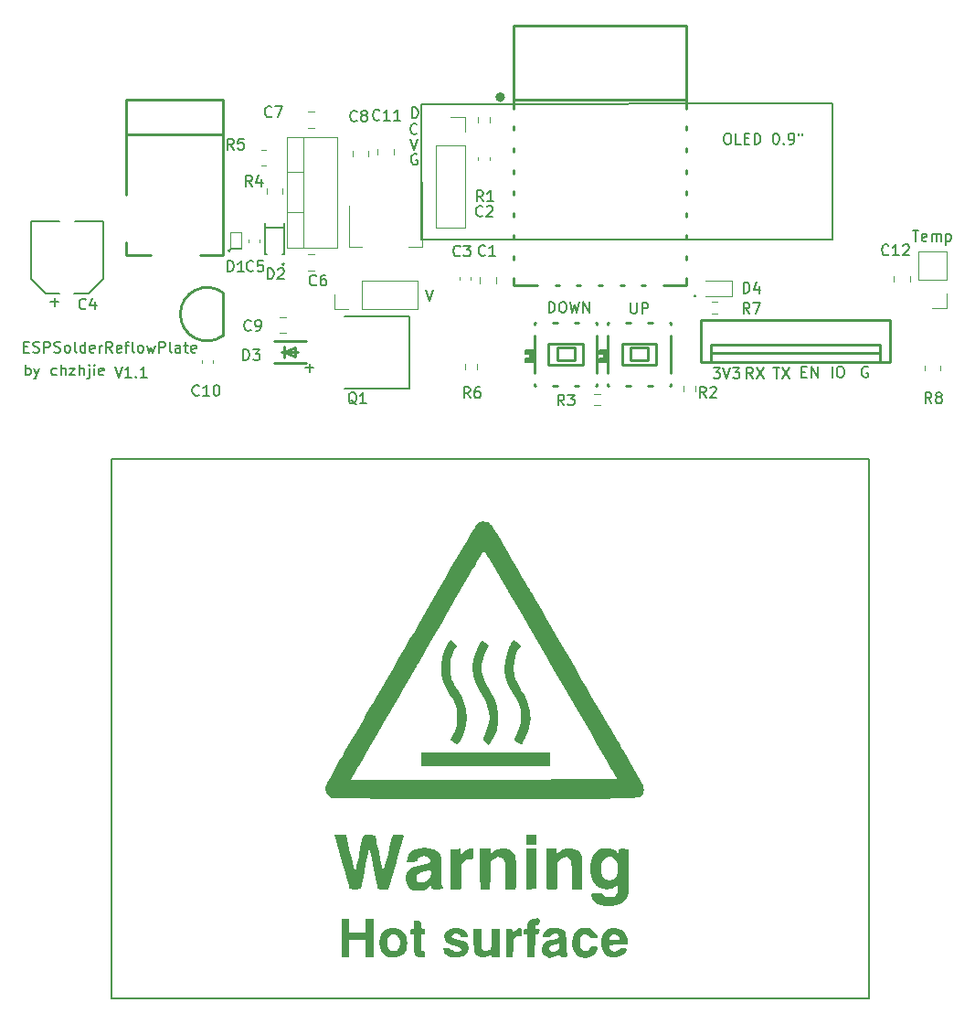
<source format=gbr>
%TF.GenerationSoftware,KiCad,Pcbnew,(6.0.0)*%
%TF.CreationDate,2022-05-15T20:33:26+08:00*%
%TF.ProjectId,Solder-Reflow-Plate-ESP32,536f6c64-6572-42d5-9265-666c6f772d50,rev?*%
%TF.SameCoordinates,Original*%
%TF.FileFunction,Legend,Top*%
%TF.FilePolarity,Positive*%
%FSLAX46Y46*%
G04 Gerber Fmt 4.6, Leading zero omitted, Abs format (unit mm)*
G04 Created by KiCad (PCBNEW (6.0.0)) date 2022-05-15 20:33:26*
%MOMM*%
%LPD*%
G01*
G04 APERTURE LIST*
%ADD10C,0.150000*%
%ADD11C,0.120000*%
%ADD12C,0.250000*%
%ADD13C,0.100000*%
%ADD14C,0.500000*%
G04 APERTURE END LIST*
D10*
X114710000Y-70285714D02*
X114781428Y-70357142D01*
X114710000Y-70428571D01*
X114638571Y-70357142D01*
X114710000Y-70285714D01*
X114710000Y-70428571D01*
X127916666Y-72752380D02*
X128250000Y-73752380D01*
X128583333Y-72752380D01*
X116769047Y-79971428D02*
X117530952Y-79971428D01*
X117150000Y-80352380D02*
X117150000Y-79590476D01*
X144850000Y-79400000D02*
X144050000Y-79400000D01*
X144050000Y-79400000D02*
X144050000Y-79100000D01*
X144050000Y-79100000D02*
X144450000Y-79100000D01*
X144450000Y-79100000D02*
X144450000Y-78700000D01*
X144450000Y-78700000D02*
X144050000Y-78700000D01*
X144050000Y-78700000D02*
X144050000Y-78300000D01*
X144050000Y-78300000D02*
X144850000Y-78300000D01*
X144850000Y-78300000D02*
X144850000Y-79400000D01*
G36*
X144850000Y-79400000D02*
G01*
X144050000Y-79400000D01*
X144050000Y-79100000D01*
X144450000Y-79100000D01*
X144450000Y-78700000D01*
X144050000Y-78700000D01*
X144050000Y-78300000D01*
X144850000Y-78300000D01*
X144850000Y-79400000D01*
G37*
X144850000Y-79400000D02*
X144050000Y-79400000D01*
X144050000Y-79100000D01*
X144450000Y-79100000D01*
X144450000Y-78700000D01*
X144050000Y-78700000D01*
X144050000Y-78300000D01*
X144850000Y-78300000D01*
X144850000Y-79400000D01*
X137950000Y-79400000D02*
X137150000Y-79400000D01*
X137150000Y-79400000D02*
X137150000Y-79100000D01*
X137150000Y-79100000D02*
X137550000Y-79100000D01*
X137550000Y-79100000D02*
X137550000Y-78700000D01*
X137550000Y-78700000D02*
X137150000Y-78700000D01*
X137150000Y-78700000D02*
X137150000Y-78300000D01*
X137150000Y-78300000D02*
X137950000Y-78300000D01*
X137950000Y-78300000D02*
X137950000Y-79400000D01*
G36*
X137950000Y-79400000D02*
G01*
X137150000Y-79400000D01*
X137150000Y-79100000D01*
X137550000Y-79100000D01*
X137550000Y-78700000D01*
X137150000Y-78700000D01*
X137150000Y-78300000D01*
X137950000Y-78300000D01*
X137950000Y-79400000D01*
G37*
X137950000Y-79400000D02*
X137150000Y-79400000D01*
X137150000Y-79100000D01*
X137550000Y-79100000D01*
X137550000Y-78700000D01*
X137150000Y-78700000D01*
X137150000Y-78300000D01*
X137950000Y-78300000D01*
X137950000Y-79400000D01*
X152850000Y-73235714D02*
X152921428Y-73307142D01*
X152850000Y-73378571D01*
X152778571Y-73307142D01*
X152850000Y-73235714D01*
X152850000Y-73378571D01*
X109750000Y-69035714D02*
X109821428Y-69107142D01*
X109750000Y-69178571D01*
X109678571Y-69107142D01*
X109750000Y-69035714D01*
X109750000Y-69178571D01*
X93169047Y-73871428D02*
X93930952Y-73871428D01*
X93550000Y-74252380D02*
X93550000Y-73490476D01*
X98800000Y-88400000D02*
X169000000Y-88400000D01*
X169000000Y-88400000D02*
X169000000Y-138400000D01*
X169000000Y-138400000D02*
X98800000Y-138400000D01*
X98800000Y-138400000D02*
X98800000Y-88400000D01*
X127500000Y-68060000D02*
X127500000Y-55560000D01*
X165600000Y-55460000D02*
X127500000Y-55560000D01*
X165600000Y-55460000D02*
X165600000Y-68060000D01*
X165600000Y-68060000D02*
X127500000Y-68060000D01*
X126516666Y-58752380D02*
X126850000Y-59752380D01*
X127183333Y-58752380D01*
X155795238Y-58252380D02*
X155985714Y-58252380D01*
X156080952Y-58300000D01*
X156176190Y-58395238D01*
X156223809Y-58585714D01*
X156223809Y-58919047D01*
X156176190Y-59109523D01*
X156080952Y-59204761D01*
X155985714Y-59252380D01*
X155795238Y-59252380D01*
X155700000Y-59204761D01*
X155604761Y-59109523D01*
X155557142Y-58919047D01*
X155557142Y-58585714D01*
X155604761Y-58395238D01*
X155700000Y-58300000D01*
X155795238Y-58252380D01*
X157128571Y-59252380D02*
X156652380Y-59252380D01*
X156652380Y-58252380D01*
X157461904Y-58728571D02*
X157795238Y-58728571D01*
X157938095Y-59252380D02*
X157461904Y-59252380D01*
X157461904Y-58252380D01*
X157938095Y-58252380D01*
X158366666Y-59252380D02*
X158366666Y-58252380D01*
X158604761Y-58252380D01*
X158747619Y-58300000D01*
X158842857Y-58395238D01*
X158890476Y-58490476D01*
X158938095Y-58680952D01*
X158938095Y-58823809D01*
X158890476Y-59014285D01*
X158842857Y-59109523D01*
X158747619Y-59204761D01*
X158604761Y-59252380D01*
X158366666Y-59252380D01*
X160319047Y-58252380D02*
X160414285Y-58252380D01*
X160509523Y-58300000D01*
X160557142Y-58347619D01*
X160604761Y-58442857D01*
X160652380Y-58633333D01*
X160652380Y-58871428D01*
X160604761Y-59061904D01*
X160557142Y-59157142D01*
X160509523Y-59204761D01*
X160414285Y-59252380D01*
X160319047Y-59252380D01*
X160223809Y-59204761D01*
X160176190Y-59157142D01*
X160128571Y-59061904D01*
X160080952Y-58871428D01*
X160080952Y-58633333D01*
X160128571Y-58442857D01*
X160176190Y-58347619D01*
X160223809Y-58300000D01*
X160319047Y-58252380D01*
X161080952Y-59157142D02*
X161128571Y-59204761D01*
X161080952Y-59252380D01*
X161033333Y-59204761D01*
X161080952Y-59157142D01*
X161080952Y-59252380D01*
X161604761Y-59252380D02*
X161795238Y-59252380D01*
X161890476Y-59204761D01*
X161938095Y-59157142D01*
X162033333Y-59014285D01*
X162080952Y-58823809D01*
X162080952Y-58442857D01*
X162033333Y-58347619D01*
X161985714Y-58300000D01*
X161890476Y-58252380D01*
X161700000Y-58252380D01*
X161604761Y-58300000D01*
X161557142Y-58347619D01*
X161509523Y-58442857D01*
X161509523Y-58680952D01*
X161557142Y-58776190D01*
X161604761Y-58823809D01*
X161700000Y-58871428D01*
X161890476Y-58871428D01*
X161985714Y-58823809D01*
X162033333Y-58776190D01*
X162080952Y-58680952D01*
X162461904Y-58252380D02*
X162461904Y-58442857D01*
X162842857Y-58252380D02*
X162842857Y-58442857D01*
X126638095Y-56852380D02*
X126638095Y-55852380D01*
X126876190Y-55852380D01*
X127019047Y-55900000D01*
X127114285Y-55995238D01*
X127161904Y-56090476D01*
X127209523Y-56280952D01*
X127209523Y-56423809D01*
X127161904Y-56614285D01*
X127114285Y-56709523D01*
X127019047Y-56804761D01*
X126876190Y-56852380D01*
X126638095Y-56852380D01*
X154561904Y-79952380D02*
X155180952Y-79952380D01*
X154847619Y-80333333D01*
X154990476Y-80333333D01*
X155085714Y-80380952D01*
X155133333Y-80428571D01*
X155180952Y-80523809D01*
X155180952Y-80761904D01*
X155133333Y-80857142D01*
X155085714Y-80904761D01*
X154990476Y-80952380D01*
X154704761Y-80952380D01*
X154609523Y-80904761D01*
X154561904Y-80857142D01*
X155466666Y-79952380D02*
X155800000Y-80952380D01*
X156133333Y-79952380D01*
X156371428Y-79952380D02*
X156990476Y-79952380D01*
X156657142Y-80333333D01*
X156800000Y-80333333D01*
X156895238Y-80380952D01*
X156942857Y-80428571D01*
X156990476Y-80523809D01*
X156990476Y-80761904D01*
X156942857Y-80857142D01*
X156895238Y-80904761D01*
X156800000Y-80952380D01*
X156514285Y-80952380D01*
X156419047Y-80904761D01*
X156371428Y-80857142D01*
X160138095Y-79952380D02*
X160709523Y-79952380D01*
X160423809Y-80952380D02*
X160423809Y-79952380D01*
X160947619Y-79952380D02*
X161614285Y-80952380D01*
X161614285Y-79952380D02*
X160947619Y-80952380D01*
X99126190Y-79852380D02*
X99459523Y-80852380D01*
X99792857Y-79852380D01*
X100650000Y-80852380D02*
X100078571Y-80852380D01*
X100364285Y-80852380D02*
X100364285Y-79852380D01*
X100269047Y-79995238D01*
X100173809Y-80090476D01*
X100078571Y-80138095D01*
X101078571Y-80757142D02*
X101126190Y-80804761D01*
X101078571Y-80852380D01*
X101030952Y-80804761D01*
X101078571Y-80757142D01*
X101078571Y-80852380D01*
X102078571Y-80852380D02*
X101507142Y-80852380D01*
X101792857Y-80852380D02*
X101792857Y-79852380D01*
X101697619Y-79995238D01*
X101602380Y-80090476D01*
X101507142Y-80138095D01*
X139319047Y-74852380D02*
X139319047Y-73852380D01*
X139557142Y-73852380D01*
X139700000Y-73900000D01*
X139795238Y-73995238D01*
X139842857Y-74090476D01*
X139890476Y-74280952D01*
X139890476Y-74423809D01*
X139842857Y-74614285D01*
X139795238Y-74709523D01*
X139700000Y-74804761D01*
X139557142Y-74852380D01*
X139319047Y-74852380D01*
X140509523Y-73852380D02*
X140700000Y-73852380D01*
X140795238Y-73900000D01*
X140890476Y-73995238D01*
X140938095Y-74185714D01*
X140938095Y-74519047D01*
X140890476Y-74709523D01*
X140795238Y-74804761D01*
X140700000Y-74852380D01*
X140509523Y-74852380D01*
X140414285Y-74804761D01*
X140319047Y-74709523D01*
X140271428Y-74519047D01*
X140271428Y-74185714D01*
X140319047Y-73995238D01*
X140414285Y-73900000D01*
X140509523Y-73852380D01*
X141271428Y-73852380D02*
X141509523Y-74852380D01*
X141700000Y-74138095D01*
X141890476Y-74852380D01*
X142128571Y-73852380D01*
X142509523Y-74852380D02*
X142509523Y-73852380D01*
X143080952Y-74852380D01*
X143080952Y-73852380D01*
X162761904Y-80328571D02*
X163095238Y-80328571D01*
X163238095Y-80852380D02*
X162761904Y-80852380D01*
X162761904Y-79852380D01*
X163238095Y-79852380D01*
X163666666Y-80852380D02*
X163666666Y-79852380D01*
X164238095Y-80852380D01*
X164238095Y-79852380D01*
X168861904Y-79900000D02*
X168766666Y-79852380D01*
X168623809Y-79852380D01*
X168480952Y-79900000D01*
X168385714Y-79995238D01*
X168338095Y-80090476D01*
X168290476Y-80280952D01*
X168290476Y-80423809D01*
X168338095Y-80614285D01*
X168385714Y-80709523D01*
X168480952Y-80804761D01*
X168623809Y-80852380D01*
X168719047Y-80852380D01*
X168861904Y-80804761D01*
X168909523Y-80757142D01*
X168909523Y-80423809D01*
X168719047Y-80423809D01*
X90697619Y-78028571D02*
X91030952Y-78028571D01*
X91173809Y-78552380D02*
X90697619Y-78552380D01*
X90697619Y-77552380D01*
X91173809Y-77552380D01*
X91554761Y-78504761D02*
X91697619Y-78552380D01*
X91935714Y-78552380D01*
X92030952Y-78504761D01*
X92078571Y-78457142D01*
X92126190Y-78361904D01*
X92126190Y-78266666D01*
X92078571Y-78171428D01*
X92030952Y-78123809D01*
X91935714Y-78076190D01*
X91745238Y-78028571D01*
X91650000Y-77980952D01*
X91602380Y-77933333D01*
X91554761Y-77838095D01*
X91554761Y-77742857D01*
X91602380Y-77647619D01*
X91650000Y-77600000D01*
X91745238Y-77552380D01*
X91983333Y-77552380D01*
X92126190Y-77600000D01*
X92554761Y-78552380D02*
X92554761Y-77552380D01*
X92935714Y-77552380D01*
X93030952Y-77600000D01*
X93078571Y-77647619D01*
X93126190Y-77742857D01*
X93126190Y-77885714D01*
X93078571Y-77980952D01*
X93030952Y-78028571D01*
X92935714Y-78076190D01*
X92554761Y-78076190D01*
X93507142Y-78504761D02*
X93650000Y-78552380D01*
X93888095Y-78552380D01*
X93983333Y-78504761D01*
X94030952Y-78457142D01*
X94078571Y-78361904D01*
X94078571Y-78266666D01*
X94030952Y-78171428D01*
X93983333Y-78123809D01*
X93888095Y-78076190D01*
X93697619Y-78028571D01*
X93602380Y-77980952D01*
X93554761Y-77933333D01*
X93507142Y-77838095D01*
X93507142Y-77742857D01*
X93554761Y-77647619D01*
X93602380Y-77600000D01*
X93697619Y-77552380D01*
X93935714Y-77552380D01*
X94078571Y-77600000D01*
X94650000Y-78552380D02*
X94554761Y-78504761D01*
X94507142Y-78457142D01*
X94459523Y-78361904D01*
X94459523Y-78076190D01*
X94507142Y-77980952D01*
X94554761Y-77933333D01*
X94650000Y-77885714D01*
X94792857Y-77885714D01*
X94888095Y-77933333D01*
X94935714Y-77980952D01*
X94983333Y-78076190D01*
X94983333Y-78361904D01*
X94935714Y-78457142D01*
X94888095Y-78504761D01*
X94792857Y-78552380D01*
X94650000Y-78552380D01*
X95554761Y-78552380D02*
X95459523Y-78504761D01*
X95411904Y-78409523D01*
X95411904Y-77552380D01*
X96364285Y-78552380D02*
X96364285Y-77552380D01*
X96364285Y-78504761D02*
X96269047Y-78552380D01*
X96078571Y-78552380D01*
X95983333Y-78504761D01*
X95935714Y-78457142D01*
X95888095Y-78361904D01*
X95888095Y-78076190D01*
X95935714Y-77980952D01*
X95983333Y-77933333D01*
X96078571Y-77885714D01*
X96269047Y-77885714D01*
X96364285Y-77933333D01*
X97221428Y-78504761D02*
X97126190Y-78552380D01*
X96935714Y-78552380D01*
X96840476Y-78504761D01*
X96792857Y-78409523D01*
X96792857Y-78028571D01*
X96840476Y-77933333D01*
X96935714Y-77885714D01*
X97126190Y-77885714D01*
X97221428Y-77933333D01*
X97269047Y-78028571D01*
X97269047Y-78123809D01*
X96792857Y-78219047D01*
X97697619Y-78552380D02*
X97697619Y-77885714D01*
X97697619Y-78076190D02*
X97745238Y-77980952D01*
X97792857Y-77933333D01*
X97888095Y-77885714D01*
X97983333Y-77885714D01*
X98888095Y-78552380D02*
X98554761Y-78076190D01*
X98316666Y-78552380D02*
X98316666Y-77552380D01*
X98697619Y-77552380D01*
X98792857Y-77600000D01*
X98840476Y-77647619D01*
X98888095Y-77742857D01*
X98888095Y-77885714D01*
X98840476Y-77980952D01*
X98792857Y-78028571D01*
X98697619Y-78076190D01*
X98316666Y-78076190D01*
X99697619Y-78504761D02*
X99602380Y-78552380D01*
X99411904Y-78552380D01*
X99316666Y-78504761D01*
X99269047Y-78409523D01*
X99269047Y-78028571D01*
X99316666Y-77933333D01*
X99411904Y-77885714D01*
X99602380Y-77885714D01*
X99697619Y-77933333D01*
X99745238Y-78028571D01*
X99745238Y-78123809D01*
X99269047Y-78219047D01*
X100030952Y-77885714D02*
X100411904Y-77885714D01*
X100173809Y-78552380D02*
X100173809Y-77695238D01*
X100221428Y-77600000D01*
X100316666Y-77552380D01*
X100411904Y-77552380D01*
X100888095Y-78552380D02*
X100792857Y-78504761D01*
X100745238Y-78409523D01*
X100745238Y-77552380D01*
X101411904Y-78552380D02*
X101316666Y-78504761D01*
X101269047Y-78457142D01*
X101221428Y-78361904D01*
X101221428Y-78076190D01*
X101269047Y-77980952D01*
X101316666Y-77933333D01*
X101411904Y-77885714D01*
X101554761Y-77885714D01*
X101650000Y-77933333D01*
X101697619Y-77980952D01*
X101745238Y-78076190D01*
X101745238Y-78361904D01*
X101697619Y-78457142D01*
X101650000Y-78504761D01*
X101554761Y-78552380D01*
X101411904Y-78552380D01*
X102078571Y-77885714D02*
X102269047Y-78552380D01*
X102459523Y-78076190D01*
X102650000Y-78552380D01*
X102840476Y-77885714D01*
X103221428Y-78552380D02*
X103221428Y-77552380D01*
X103602380Y-77552380D01*
X103697619Y-77600000D01*
X103745238Y-77647619D01*
X103792857Y-77742857D01*
X103792857Y-77885714D01*
X103745238Y-77980952D01*
X103697619Y-78028571D01*
X103602380Y-78076190D01*
X103221428Y-78076190D01*
X104364285Y-78552380D02*
X104269047Y-78504761D01*
X104221428Y-78409523D01*
X104221428Y-77552380D01*
X105173809Y-78552380D02*
X105173809Y-78028571D01*
X105126190Y-77933333D01*
X105030952Y-77885714D01*
X104840476Y-77885714D01*
X104745238Y-77933333D01*
X105173809Y-78504761D02*
X105078571Y-78552380D01*
X104840476Y-78552380D01*
X104745238Y-78504761D01*
X104697619Y-78409523D01*
X104697619Y-78314285D01*
X104745238Y-78219047D01*
X104840476Y-78171428D01*
X105078571Y-78171428D01*
X105173809Y-78123809D01*
X105507142Y-77885714D02*
X105888095Y-77885714D01*
X105650000Y-77552380D02*
X105650000Y-78409523D01*
X105697619Y-78504761D01*
X105792857Y-78552380D01*
X105888095Y-78552380D01*
X106602380Y-78504761D02*
X106507142Y-78552380D01*
X106316666Y-78552380D01*
X106221428Y-78504761D01*
X106173809Y-78409523D01*
X106173809Y-78028571D01*
X106221428Y-77933333D01*
X106316666Y-77885714D01*
X106507142Y-77885714D01*
X106602380Y-77933333D01*
X106650000Y-78028571D01*
X106650000Y-78123809D01*
X106173809Y-78219047D01*
X127109523Y-58257142D02*
X127061904Y-58304761D01*
X126919047Y-58352380D01*
X126823809Y-58352380D01*
X126680952Y-58304761D01*
X126585714Y-58209523D01*
X126538095Y-58114285D01*
X126490476Y-57923809D01*
X126490476Y-57780952D01*
X126538095Y-57590476D01*
X126585714Y-57495238D01*
X126680952Y-57400000D01*
X126823809Y-57352380D01*
X126919047Y-57352380D01*
X127061904Y-57400000D01*
X127109523Y-57447619D01*
X127111904Y-60200000D02*
X127016666Y-60152380D01*
X126873809Y-60152380D01*
X126730952Y-60200000D01*
X126635714Y-60295238D01*
X126588095Y-60390476D01*
X126540476Y-60580952D01*
X126540476Y-60723809D01*
X126588095Y-60914285D01*
X126635714Y-61009523D01*
X126730952Y-61104761D01*
X126873809Y-61152380D01*
X126969047Y-61152380D01*
X127111904Y-61104761D01*
X127159523Y-61057142D01*
X127159523Y-60723809D01*
X126969047Y-60723809D01*
X146914285Y-73952380D02*
X146914285Y-74761904D01*
X146961904Y-74857142D01*
X147009523Y-74904761D01*
X147104761Y-74952380D01*
X147295238Y-74952380D01*
X147390476Y-74904761D01*
X147438095Y-74857142D01*
X147485714Y-74761904D01*
X147485714Y-73952380D01*
X147961904Y-74952380D02*
X147961904Y-73952380D01*
X148342857Y-73952380D01*
X148438095Y-74000000D01*
X148485714Y-74047619D01*
X148533333Y-74142857D01*
X148533333Y-74285714D01*
X148485714Y-74380952D01*
X148438095Y-74428571D01*
X148342857Y-74476190D01*
X147961904Y-74476190D01*
X173026666Y-67222380D02*
X173598095Y-67222380D01*
X173312380Y-68222380D02*
X173312380Y-67222380D01*
X174312380Y-68174761D02*
X174217142Y-68222380D01*
X174026666Y-68222380D01*
X173931428Y-68174761D01*
X173883809Y-68079523D01*
X173883809Y-67698571D01*
X173931428Y-67603333D01*
X174026666Y-67555714D01*
X174217142Y-67555714D01*
X174312380Y-67603333D01*
X174360000Y-67698571D01*
X174360000Y-67793809D01*
X173883809Y-67889047D01*
X174788571Y-68222380D02*
X174788571Y-67555714D01*
X174788571Y-67650952D02*
X174836190Y-67603333D01*
X174931428Y-67555714D01*
X175074285Y-67555714D01*
X175169523Y-67603333D01*
X175217142Y-67698571D01*
X175217142Y-68222380D01*
X175217142Y-67698571D02*
X175264761Y-67603333D01*
X175360000Y-67555714D01*
X175502857Y-67555714D01*
X175598095Y-67603333D01*
X175645714Y-67698571D01*
X175645714Y-68222380D01*
X176121904Y-67555714D02*
X176121904Y-68555714D01*
X176121904Y-67603333D02*
X176217142Y-67555714D01*
X176407619Y-67555714D01*
X176502857Y-67603333D01*
X176550476Y-67650952D01*
X176598095Y-67746190D01*
X176598095Y-68031904D01*
X176550476Y-68127142D01*
X176502857Y-68174761D01*
X176407619Y-68222380D01*
X176217142Y-68222380D01*
X176121904Y-68174761D01*
X165576190Y-80852380D02*
X165576190Y-79852380D01*
X166242857Y-79852380D02*
X166433333Y-79852380D01*
X166528571Y-79900000D01*
X166623809Y-79995238D01*
X166671428Y-80185714D01*
X166671428Y-80519047D01*
X166623809Y-80709523D01*
X166528571Y-80804761D01*
X166433333Y-80852380D01*
X166242857Y-80852380D01*
X166147619Y-80804761D01*
X166052380Y-80709523D01*
X166004761Y-80519047D01*
X166004761Y-80185714D01*
X166052380Y-79995238D01*
X166147619Y-79900000D01*
X166242857Y-79852380D01*
X158233333Y-80952380D02*
X157900000Y-80476190D01*
X157661904Y-80952380D02*
X157661904Y-79952380D01*
X158042857Y-79952380D01*
X158138095Y-80000000D01*
X158185714Y-80047619D01*
X158233333Y-80142857D01*
X158233333Y-80285714D01*
X158185714Y-80380952D01*
X158138095Y-80428571D01*
X158042857Y-80476190D01*
X157661904Y-80476190D01*
X158566666Y-79952380D02*
X159233333Y-80952380D01*
X159233333Y-79952380D02*
X158566666Y-80952380D01*
X90830952Y-80652380D02*
X90830952Y-79652380D01*
X90830952Y-80033333D02*
X90926190Y-79985714D01*
X91116666Y-79985714D01*
X91211904Y-80033333D01*
X91259523Y-80080952D01*
X91307142Y-80176190D01*
X91307142Y-80461904D01*
X91259523Y-80557142D01*
X91211904Y-80604761D01*
X91116666Y-80652380D01*
X90926190Y-80652380D01*
X90830952Y-80604761D01*
X91640476Y-79985714D02*
X91878571Y-80652380D01*
X92116666Y-79985714D02*
X91878571Y-80652380D01*
X91783333Y-80890476D01*
X91735714Y-80938095D01*
X91640476Y-80985714D01*
X93688095Y-80604761D02*
X93592857Y-80652380D01*
X93402380Y-80652380D01*
X93307142Y-80604761D01*
X93259523Y-80557142D01*
X93211904Y-80461904D01*
X93211904Y-80176190D01*
X93259523Y-80080952D01*
X93307142Y-80033333D01*
X93402380Y-79985714D01*
X93592857Y-79985714D01*
X93688095Y-80033333D01*
X94116666Y-80652380D02*
X94116666Y-79652380D01*
X94545238Y-80652380D02*
X94545238Y-80128571D01*
X94497619Y-80033333D01*
X94402380Y-79985714D01*
X94259523Y-79985714D01*
X94164285Y-80033333D01*
X94116666Y-80080952D01*
X94926190Y-79985714D02*
X95450000Y-79985714D01*
X94926190Y-80652380D01*
X95450000Y-80652380D01*
X95830952Y-80652380D02*
X95830952Y-79652380D01*
X96259523Y-80652380D02*
X96259523Y-80128571D01*
X96211904Y-80033333D01*
X96116666Y-79985714D01*
X95973809Y-79985714D01*
X95878571Y-80033333D01*
X95830952Y-80080952D01*
X96735714Y-79985714D02*
X96735714Y-80842857D01*
X96688095Y-80938095D01*
X96592857Y-80985714D01*
X96545238Y-80985714D01*
X96735714Y-79652380D02*
X96688095Y-79700000D01*
X96735714Y-79747619D01*
X96783333Y-79700000D01*
X96735714Y-79652380D01*
X96735714Y-79747619D01*
X97211904Y-80652380D02*
X97211904Y-79985714D01*
X97211904Y-79652380D02*
X97164285Y-79700000D01*
X97211904Y-79747619D01*
X97259523Y-79700000D01*
X97211904Y-79652380D01*
X97211904Y-79747619D01*
X98069047Y-80604761D02*
X97973809Y-80652380D01*
X97783333Y-80652380D01*
X97688095Y-80604761D01*
X97640476Y-80509523D01*
X97640476Y-80128571D01*
X97688095Y-80033333D01*
X97783333Y-79985714D01*
X97973809Y-79985714D01*
X98069047Y-80033333D01*
X98116666Y-80128571D01*
X98116666Y-80223809D01*
X97640476Y-80319047D01*
%TO.C,R8*%
X174783333Y-83252380D02*
X174450000Y-82776190D01*
X174211904Y-83252380D02*
X174211904Y-82252380D01*
X174592857Y-82252380D01*
X174688095Y-82300000D01*
X174735714Y-82347619D01*
X174783333Y-82442857D01*
X174783333Y-82585714D01*
X174735714Y-82680952D01*
X174688095Y-82728571D01*
X174592857Y-82776190D01*
X174211904Y-82776190D01*
X175354761Y-82680952D02*
X175259523Y-82633333D01*
X175211904Y-82585714D01*
X175164285Y-82490476D01*
X175164285Y-82442857D01*
X175211904Y-82347619D01*
X175259523Y-82300000D01*
X175354761Y-82252380D01*
X175545238Y-82252380D01*
X175640476Y-82300000D01*
X175688095Y-82347619D01*
X175735714Y-82442857D01*
X175735714Y-82490476D01*
X175688095Y-82585714D01*
X175640476Y-82633333D01*
X175545238Y-82680952D01*
X175354761Y-82680952D01*
X175259523Y-82728571D01*
X175211904Y-82776190D01*
X175164285Y-82871428D01*
X175164285Y-83061904D01*
X175211904Y-83157142D01*
X175259523Y-83204761D01*
X175354761Y-83252380D01*
X175545238Y-83252380D01*
X175640476Y-83204761D01*
X175688095Y-83157142D01*
X175735714Y-83061904D01*
X175735714Y-82871428D01*
X175688095Y-82776190D01*
X175640476Y-82728571D01*
X175545238Y-82680952D01*
%TO.C,C12*%
X170807142Y-69457142D02*
X170759523Y-69504761D01*
X170616666Y-69552380D01*
X170521428Y-69552380D01*
X170378571Y-69504761D01*
X170283333Y-69409523D01*
X170235714Y-69314285D01*
X170188095Y-69123809D01*
X170188095Y-68980952D01*
X170235714Y-68790476D01*
X170283333Y-68695238D01*
X170378571Y-68600000D01*
X170521428Y-68552380D01*
X170616666Y-68552380D01*
X170759523Y-68600000D01*
X170807142Y-68647619D01*
X171759523Y-69552380D02*
X171188095Y-69552380D01*
X171473809Y-69552380D02*
X171473809Y-68552380D01*
X171378571Y-68695238D01*
X171283333Y-68790476D01*
X171188095Y-68838095D01*
X172140476Y-68647619D02*
X172188095Y-68600000D01*
X172283333Y-68552380D01*
X172521428Y-68552380D01*
X172616666Y-68600000D01*
X172664285Y-68647619D01*
X172711904Y-68742857D01*
X172711904Y-68838095D01*
X172664285Y-68980952D01*
X172092857Y-69552380D01*
X172711904Y-69552380D01*
%TO.C,C2*%
X133183333Y-65857142D02*
X133135714Y-65904761D01*
X132992857Y-65952380D01*
X132897619Y-65952380D01*
X132754761Y-65904761D01*
X132659523Y-65809523D01*
X132611904Y-65714285D01*
X132564285Y-65523809D01*
X132564285Y-65380952D01*
X132611904Y-65190476D01*
X132659523Y-65095238D01*
X132754761Y-65000000D01*
X132897619Y-64952380D01*
X132992857Y-64952380D01*
X133135714Y-65000000D01*
X133183333Y-65047619D01*
X133564285Y-65047619D02*
X133611904Y-65000000D01*
X133707142Y-64952380D01*
X133945238Y-64952380D01*
X134040476Y-65000000D01*
X134088095Y-65047619D01*
X134135714Y-65142857D01*
X134135714Y-65238095D01*
X134088095Y-65380952D01*
X133516666Y-65952380D01*
X134135714Y-65952380D01*
%TO.C,C10*%
X106907142Y-82457142D02*
X106859523Y-82504761D01*
X106716666Y-82552380D01*
X106621428Y-82552380D01*
X106478571Y-82504761D01*
X106383333Y-82409523D01*
X106335714Y-82314285D01*
X106288095Y-82123809D01*
X106288095Y-81980952D01*
X106335714Y-81790476D01*
X106383333Y-81695238D01*
X106478571Y-81600000D01*
X106621428Y-81552380D01*
X106716666Y-81552380D01*
X106859523Y-81600000D01*
X106907142Y-81647619D01*
X107859523Y-82552380D02*
X107288095Y-82552380D01*
X107573809Y-82552380D02*
X107573809Y-81552380D01*
X107478571Y-81695238D01*
X107383333Y-81790476D01*
X107288095Y-81838095D01*
X108478571Y-81552380D02*
X108573809Y-81552380D01*
X108669047Y-81600000D01*
X108716666Y-81647619D01*
X108764285Y-81742857D01*
X108811904Y-81933333D01*
X108811904Y-82171428D01*
X108764285Y-82361904D01*
X108716666Y-82457142D01*
X108669047Y-82504761D01*
X108573809Y-82552380D01*
X108478571Y-82552380D01*
X108383333Y-82504761D01*
X108335714Y-82457142D01*
X108288095Y-82361904D01*
X108240476Y-82171428D01*
X108240476Y-81933333D01*
X108288095Y-81742857D01*
X108335714Y-81647619D01*
X108383333Y-81600000D01*
X108478571Y-81552380D01*
%TO.C,D4*%
X157361904Y-73052380D02*
X157361904Y-72052380D01*
X157600000Y-72052380D01*
X157742857Y-72100000D01*
X157838095Y-72195238D01*
X157885714Y-72290476D01*
X157933333Y-72480952D01*
X157933333Y-72623809D01*
X157885714Y-72814285D01*
X157838095Y-72909523D01*
X157742857Y-73004761D01*
X157600000Y-73052380D01*
X157361904Y-73052380D01*
X158790476Y-72385714D02*
X158790476Y-73052380D01*
X158552380Y-72004761D02*
X158314285Y-72719047D01*
X158933333Y-72719047D01*
%TO.C,C4*%
X96421716Y-74457142D02*
X96374097Y-74504761D01*
X96231240Y-74552380D01*
X96136002Y-74552380D01*
X95993144Y-74504761D01*
X95897906Y-74409523D01*
X95850287Y-74314285D01*
X95802668Y-74123809D01*
X95802668Y-73980952D01*
X95850287Y-73790476D01*
X95897906Y-73695238D01*
X95993144Y-73600000D01*
X96136002Y-73552380D01*
X96231240Y-73552380D01*
X96374097Y-73600000D01*
X96421716Y-73647619D01*
X97278859Y-73885714D02*
X97278859Y-74552380D01*
X97040763Y-73504761D02*
X96802668Y-74219047D01*
X97421716Y-74219047D01*
%TO.C,D1*%
X109561904Y-71052380D02*
X109561904Y-70052380D01*
X109800000Y-70052380D01*
X109942857Y-70100000D01*
X110038095Y-70195238D01*
X110085714Y-70290476D01*
X110133333Y-70480952D01*
X110133333Y-70623809D01*
X110085714Y-70814285D01*
X110038095Y-70909523D01*
X109942857Y-71004761D01*
X109800000Y-71052380D01*
X109561904Y-71052380D01*
X111085714Y-71052380D02*
X110514285Y-71052380D01*
X110800000Y-71052380D02*
X110800000Y-70052380D01*
X110704761Y-70195238D01*
X110609523Y-70290476D01*
X110514285Y-70338095D01*
%TO.C,R4*%
X111833333Y-63152380D02*
X111500000Y-62676190D01*
X111261904Y-63152380D02*
X111261904Y-62152380D01*
X111642857Y-62152380D01*
X111738095Y-62200000D01*
X111785714Y-62247619D01*
X111833333Y-62342857D01*
X111833333Y-62485714D01*
X111785714Y-62580952D01*
X111738095Y-62628571D01*
X111642857Y-62676190D01*
X111261904Y-62676190D01*
X112690476Y-62485714D02*
X112690476Y-63152380D01*
X112452380Y-62104761D02*
X112214285Y-62819047D01*
X112833333Y-62819047D01*
%TO.C,R3*%
X140733333Y-83452380D02*
X140400000Y-82976190D01*
X140161904Y-83452380D02*
X140161904Y-82452380D01*
X140542857Y-82452380D01*
X140638095Y-82500000D01*
X140685714Y-82547619D01*
X140733333Y-82642857D01*
X140733333Y-82785714D01*
X140685714Y-82880952D01*
X140638095Y-82928571D01*
X140542857Y-82976190D01*
X140161904Y-82976190D01*
X141066666Y-82452380D02*
X141685714Y-82452380D01*
X141352380Y-82833333D01*
X141495238Y-82833333D01*
X141590476Y-82880952D01*
X141638095Y-82928571D01*
X141685714Y-83023809D01*
X141685714Y-83261904D01*
X141638095Y-83357142D01*
X141590476Y-83404761D01*
X141495238Y-83452380D01*
X141209523Y-83452380D01*
X141114285Y-83404761D01*
X141066666Y-83357142D01*
%TO.C,D3*%
X111011904Y-79262380D02*
X111011904Y-78262380D01*
X111250000Y-78262380D01*
X111392857Y-78310000D01*
X111488095Y-78405238D01*
X111535714Y-78500476D01*
X111583333Y-78690952D01*
X111583333Y-78833809D01*
X111535714Y-79024285D01*
X111488095Y-79119523D01*
X111392857Y-79214761D01*
X111250000Y-79262380D01*
X111011904Y-79262380D01*
X111916666Y-78262380D02*
X112535714Y-78262380D01*
X112202380Y-78643333D01*
X112345238Y-78643333D01*
X112440476Y-78690952D01*
X112488095Y-78738571D01*
X112535714Y-78833809D01*
X112535714Y-79071904D01*
X112488095Y-79167142D01*
X112440476Y-79214761D01*
X112345238Y-79262380D01*
X112059523Y-79262380D01*
X111964285Y-79214761D01*
X111916666Y-79167142D01*
%TO.C,C1*%
X133413333Y-69507142D02*
X133365714Y-69554761D01*
X133222857Y-69602380D01*
X133127619Y-69602380D01*
X132984761Y-69554761D01*
X132889523Y-69459523D01*
X132841904Y-69364285D01*
X132794285Y-69173809D01*
X132794285Y-69030952D01*
X132841904Y-68840476D01*
X132889523Y-68745238D01*
X132984761Y-68650000D01*
X133127619Y-68602380D01*
X133222857Y-68602380D01*
X133365714Y-68650000D01*
X133413333Y-68697619D01*
X134365714Y-69602380D02*
X133794285Y-69602380D01*
X134080000Y-69602380D02*
X134080000Y-68602380D01*
X133984761Y-68745238D01*
X133889523Y-68840476D01*
X133794285Y-68888095D01*
%TO.C,R7*%
X157933333Y-74952380D02*
X157600000Y-74476190D01*
X157361904Y-74952380D02*
X157361904Y-73952380D01*
X157742857Y-73952380D01*
X157838095Y-74000000D01*
X157885714Y-74047619D01*
X157933333Y-74142857D01*
X157933333Y-74285714D01*
X157885714Y-74380952D01*
X157838095Y-74428571D01*
X157742857Y-74476190D01*
X157361904Y-74476190D01*
X158266666Y-73952380D02*
X158933333Y-73952380D01*
X158504761Y-74952380D01*
%TO.C,R1*%
X133233333Y-64552380D02*
X132900000Y-64076190D01*
X132661904Y-64552380D02*
X132661904Y-63552380D01*
X133042857Y-63552380D01*
X133138095Y-63600000D01*
X133185714Y-63647619D01*
X133233333Y-63742857D01*
X133233333Y-63885714D01*
X133185714Y-63980952D01*
X133138095Y-64028571D01*
X133042857Y-64076190D01*
X132661904Y-64076190D01*
X134185714Y-64552380D02*
X133614285Y-64552380D01*
X133900000Y-64552380D02*
X133900000Y-63552380D01*
X133804761Y-63695238D01*
X133709523Y-63790476D01*
X133614285Y-63838095D01*
%TO.C,C5*%
X111933333Y-70957142D02*
X111885714Y-71004761D01*
X111742857Y-71052380D01*
X111647619Y-71052380D01*
X111504761Y-71004761D01*
X111409523Y-70909523D01*
X111361904Y-70814285D01*
X111314285Y-70623809D01*
X111314285Y-70480952D01*
X111361904Y-70290476D01*
X111409523Y-70195238D01*
X111504761Y-70100000D01*
X111647619Y-70052380D01*
X111742857Y-70052380D01*
X111885714Y-70100000D01*
X111933333Y-70147619D01*
X112838095Y-70052380D02*
X112361904Y-70052380D01*
X112314285Y-70528571D01*
X112361904Y-70480952D01*
X112457142Y-70433333D01*
X112695238Y-70433333D01*
X112790476Y-70480952D01*
X112838095Y-70528571D01*
X112885714Y-70623809D01*
X112885714Y-70861904D01*
X112838095Y-70957142D01*
X112790476Y-71004761D01*
X112695238Y-71052380D01*
X112457142Y-71052380D01*
X112361904Y-71004761D01*
X112314285Y-70957142D01*
%TO.C,C6*%
X117783333Y-72257142D02*
X117735714Y-72304761D01*
X117592857Y-72352380D01*
X117497619Y-72352380D01*
X117354761Y-72304761D01*
X117259523Y-72209523D01*
X117211904Y-72114285D01*
X117164285Y-71923809D01*
X117164285Y-71780952D01*
X117211904Y-71590476D01*
X117259523Y-71495238D01*
X117354761Y-71400000D01*
X117497619Y-71352380D01*
X117592857Y-71352380D01*
X117735714Y-71400000D01*
X117783333Y-71447619D01*
X118640476Y-71352380D02*
X118450000Y-71352380D01*
X118354761Y-71400000D01*
X118307142Y-71447619D01*
X118211904Y-71590476D01*
X118164285Y-71780952D01*
X118164285Y-72161904D01*
X118211904Y-72257142D01*
X118259523Y-72304761D01*
X118354761Y-72352380D01*
X118545238Y-72352380D01*
X118640476Y-72304761D01*
X118688095Y-72257142D01*
X118735714Y-72161904D01*
X118735714Y-71923809D01*
X118688095Y-71828571D01*
X118640476Y-71780952D01*
X118545238Y-71733333D01*
X118354761Y-71733333D01*
X118259523Y-71780952D01*
X118211904Y-71828571D01*
X118164285Y-71923809D01*
%TO.C,Q1*%
X121504761Y-83347619D02*
X121409523Y-83300000D01*
X121314285Y-83204761D01*
X121171428Y-83061904D01*
X121076190Y-83014285D01*
X120980952Y-83014285D01*
X121028571Y-83252380D02*
X120933333Y-83204761D01*
X120838095Y-83109523D01*
X120790476Y-82919047D01*
X120790476Y-82585714D01*
X120838095Y-82395238D01*
X120933333Y-82300000D01*
X121028571Y-82252380D01*
X121219047Y-82252380D01*
X121314285Y-82300000D01*
X121409523Y-82395238D01*
X121457142Y-82585714D01*
X121457142Y-82919047D01*
X121409523Y-83109523D01*
X121314285Y-83204761D01*
X121219047Y-83252380D01*
X121028571Y-83252380D01*
X122409523Y-83252380D02*
X121838095Y-83252380D01*
X122123809Y-83252380D02*
X122123809Y-82252380D01*
X122028571Y-82395238D01*
X121933333Y-82490476D01*
X121838095Y-82538095D01*
%TO.C,C8*%
X121533333Y-57057142D02*
X121485714Y-57104761D01*
X121342857Y-57152380D01*
X121247619Y-57152380D01*
X121104761Y-57104761D01*
X121009523Y-57009523D01*
X120961904Y-56914285D01*
X120914285Y-56723809D01*
X120914285Y-56580952D01*
X120961904Y-56390476D01*
X121009523Y-56295238D01*
X121104761Y-56200000D01*
X121247619Y-56152380D01*
X121342857Y-56152380D01*
X121485714Y-56200000D01*
X121533333Y-56247619D01*
X122104761Y-56580952D02*
X122009523Y-56533333D01*
X121961904Y-56485714D01*
X121914285Y-56390476D01*
X121914285Y-56342857D01*
X121961904Y-56247619D01*
X122009523Y-56200000D01*
X122104761Y-56152380D01*
X122295238Y-56152380D01*
X122390476Y-56200000D01*
X122438095Y-56247619D01*
X122485714Y-56342857D01*
X122485714Y-56390476D01*
X122438095Y-56485714D01*
X122390476Y-56533333D01*
X122295238Y-56580952D01*
X122104761Y-56580952D01*
X122009523Y-56628571D01*
X121961904Y-56676190D01*
X121914285Y-56771428D01*
X121914285Y-56961904D01*
X121961904Y-57057142D01*
X122009523Y-57104761D01*
X122104761Y-57152380D01*
X122295238Y-57152380D01*
X122390476Y-57104761D01*
X122438095Y-57057142D01*
X122485714Y-56961904D01*
X122485714Y-56771428D01*
X122438095Y-56676190D01*
X122390476Y-56628571D01*
X122295238Y-56580952D01*
%TO.C,C9*%
X111713333Y-76457142D02*
X111665714Y-76504761D01*
X111522857Y-76552380D01*
X111427619Y-76552380D01*
X111284761Y-76504761D01*
X111189523Y-76409523D01*
X111141904Y-76314285D01*
X111094285Y-76123809D01*
X111094285Y-75980952D01*
X111141904Y-75790476D01*
X111189523Y-75695238D01*
X111284761Y-75600000D01*
X111427619Y-75552380D01*
X111522857Y-75552380D01*
X111665714Y-75600000D01*
X111713333Y-75647619D01*
X112189523Y-76552380D02*
X112380000Y-76552380D01*
X112475238Y-76504761D01*
X112522857Y-76457142D01*
X112618095Y-76314285D01*
X112665714Y-76123809D01*
X112665714Y-75742857D01*
X112618095Y-75647619D01*
X112570476Y-75600000D01*
X112475238Y-75552380D01*
X112284761Y-75552380D01*
X112189523Y-75600000D01*
X112141904Y-75647619D01*
X112094285Y-75742857D01*
X112094285Y-75980952D01*
X112141904Y-76076190D01*
X112189523Y-76123809D01*
X112284761Y-76171428D01*
X112475238Y-76171428D01*
X112570476Y-76123809D01*
X112618095Y-76076190D01*
X112665714Y-75980952D01*
%TO.C,C11*%
X123645525Y-56957142D02*
X123597906Y-57004761D01*
X123455049Y-57052380D01*
X123359811Y-57052380D01*
X123216954Y-57004761D01*
X123121716Y-56909523D01*
X123074097Y-56814285D01*
X123026478Y-56623809D01*
X123026478Y-56480952D01*
X123074097Y-56290476D01*
X123121716Y-56195238D01*
X123216954Y-56100000D01*
X123359811Y-56052380D01*
X123455049Y-56052380D01*
X123597906Y-56100000D01*
X123645525Y-56147619D01*
X124597906Y-57052380D02*
X124026478Y-57052380D01*
X124312192Y-57052380D02*
X124312192Y-56052380D01*
X124216954Y-56195238D01*
X124121716Y-56290476D01*
X124026478Y-56338095D01*
X125550287Y-57052380D02*
X124978859Y-57052380D01*
X125264573Y-57052380D02*
X125264573Y-56052380D01*
X125169335Y-56195238D01*
X125074097Y-56290476D01*
X124978859Y-56338095D01*
%TO.C,R2*%
X153883333Y-82722380D02*
X153550000Y-82246190D01*
X153311904Y-82722380D02*
X153311904Y-81722380D01*
X153692857Y-81722380D01*
X153788095Y-81770000D01*
X153835714Y-81817619D01*
X153883333Y-81912857D01*
X153883333Y-82055714D01*
X153835714Y-82150952D01*
X153788095Y-82198571D01*
X153692857Y-82246190D01*
X153311904Y-82246190D01*
X154264285Y-81817619D02*
X154311904Y-81770000D01*
X154407142Y-81722380D01*
X154645238Y-81722380D01*
X154740476Y-81770000D01*
X154788095Y-81817619D01*
X154835714Y-81912857D01*
X154835714Y-82008095D01*
X154788095Y-82150952D01*
X154216666Y-82722380D01*
X154835714Y-82722380D01*
%TO.C,D2*%
X113261904Y-71752380D02*
X113261904Y-70752380D01*
X113500000Y-70752380D01*
X113642857Y-70800000D01*
X113738095Y-70895238D01*
X113785714Y-70990476D01*
X113833333Y-71180952D01*
X113833333Y-71323809D01*
X113785714Y-71514285D01*
X113738095Y-71609523D01*
X113642857Y-71704761D01*
X113500000Y-71752380D01*
X113261904Y-71752380D01*
X114214285Y-70847619D02*
X114261904Y-70800000D01*
X114357142Y-70752380D01*
X114595238Y-70752380D01*
X114690476Y-70800000D01*
X114738095Y-70847619D01*
X114785714Y-70942857D01*
X114785714Y-71038095D01*
X114738095Y-71180952D01*
X114166666Y-71752380D01*
X114785714Y-71752380D01*
%TO.C,C3*%
X131103333Y-69557142D02*
X131055714Y-69604761D01*
X130912857Y-69652380D01*
X130817619Y-69652380D01*
X130674761Y-69604761D01*
X130579523Y-69509523D01*
X130531904Y-69414285D01*
X130484285Y-69223809D01*
X130484285Y-69080952D01*
X130531904Y-68890476D01*
X130579523Y-68795238D01*
X130674761Y-68700000D01*
X130817619Y-68652380D01*
X130912857Y-68652380D01*
X131055714Y-68700000D01*
X131103333Y-68747619D01*
X131436666Y-68652380D02*
X132055714Y-68652380D01*
X131722380Y-69033333D01*
X131865238Y-69033333D01*
X131960476Y-69080952D01*
X132008095Y-69128571D01*
X132055714Y-69223809D01*
X132055714Y-69461904D01*
X132008095Y-69557142D01*
X131960476Y-69604761D01*
X131865238Y-69652380D01*
X131579523Y-69652380D01*
X131484285Y-69604761D01*
X131436666Y-69557142D01*
%TO.C,R6*%
X132033333Y-82752380D02*
X131700000Y-82276190D01*
X131461904Y-82752380D02*
X131461904Y-81752380D01*
X131842857Y-81752380D01*
X131938095Y-81800000D01*
X131985714Y-81847619D01*
X132033333Y-81942857D01*
X132033333Y-82085714D01*
X131985714Y-82180952D01*
X131938095Y-82228571D01*
X131842857Y-82276190D01*
X131461904Y-82276190D01*
X132890476Y-81752380D02*
X132700000Y-81752380D01*
X132604761Y-81800000D01*
X132557142Y-81847619D01*
X132461904Y-81990476D01*
X132414285Y-82180952D01*
X132414285Y-82561904D01*
X132461904Y-82657142D01*
X132509523Y-82704761D01*
X132604761Y-82752380D01*
X132795238Y-82752380D01*
X132890476Y-82704761D01*
X132938095Y-82657142D01*
X132985714Y-82561904D01*
X132985714Y-82323809D01*
X132938095Y-82228571D01*
X132890476Y-82180952D01*
X132795238Y-82133333D01*
X132604761Y-82133333D01*
X132509523Y-82180952D01*
X132461904Y-82228571D01*
X132414285Y-82323809D01*
%TO.C,R5*%
X110133333Y-59752380D02*
X109800000Y-59276190D01*
X109561904Y-59752380D02*
X109561904Y-58752380D01*
X109942857Y-58752380D01*
X110038095Y-58800000D01*
X110085714Y-58847619D01*
X110133333Y-58942857D01*
X110133333Y-59085714D01*
X110085714Y-59180952D01*
X110038095Y-59228571D01*
X109942857Y-59276190D01*
X109561904Y-59276190D01*
X111038095Y-58752380D02*
X110561904Y-58752380D01*
X110514285Y-59228571D01*
X110561904Y-59180952D01*
X110657142Y-59133333D01*
X110895238Y-59133333D01*
X110990476Y-59180952D01*
X111038095Y-59228571D01*
X111085714Y-59323809D01*
X111085714Y-59561904D01*
X111038095Y-59657142D01*
X110990476Y-59704761D01*
X110895238Y-59752380D01*
X110657142Y-59752380D01*
X110561904Y-59704761D01*
X110514285Y-59657142D01*
%TO.C,C7*%
X113633333Y-56657142D02*
X113585714Y-56704761D01*
X113442857Y-56752380D01*
X113347619Y-56752380D01*
X113204761Y-56704761D01*
X113109523Y-56609523D01*
X113061904Y-56514285D01*
X113014285Y-56323809D01*
X113014285Y-56180952D01*
X113061904Y-55990476D01*
X113109523Y-55895238D01*
X113204761Y-55800000D01*
X113347619Y-55752380D01*
X113442857Y-55752380D01*
X113585714Y-55800000D01*
X113633333Y-55847619D01*
X113966666Y-55752380D02*
X114633333Y-55752380D01*
X114204761Y-56752380D01*
D11*
%TO.C,R8*%
X175585000Y-79772936D02*
X175585000Y-80227064D01*
X174115000Y-79772936D02*
X174115000Y-80227064D01*
%TO.C,J3*%
X176180000Y-69205000D02*
X173520000Y-69205000D01*
X176180000Y-71805000D02*
X176180000Y-69205000D01*
X173520000Y-71805000D02*
X173520000Y-69205000D01*
X176180000Y-71805000D02*
X173520000Y-71805000D01*
X176180000Y-73075000D02*
X176180000Y-74405000D01*
X176180000Y-74405000D02*
X174850000Y-74405000D01*
%TO.C,C12*%
X171315000Y-71961252D02*
X171315000Y-71438748D01*
X172785000Y-71961252D02*
X172785000Y-71438748D01*
%TO.C,J2*%
X122020000Y-74530000D02*
X127160000Y-74530000D01*
X127160000Y-74530000D02*
X127160000Y-71870000D01*
X120750000Y-74530000D02*
X119420000Y-74530000D01*
X122020000Y-71870000D02*
X127160000Y-71870000D01*
X122020000Y-74530000D02*
X122020000Y-71870000D01*
X119420000Y-74530000D02*
X119420000Y-73200000D01*
%TO.C,C2*%
X133810000Y-60453733D02*
X133810000Y-60746267D01*
X132790000Y-60453733D02*
X132790000Y-60746267D01*
%TO.C,C10*%
X107140000Y-79253733D02*
X107140000Y-79546267D01*
X108160000Y-79253733D02*
X108160000Y-79546267D01*
D12*
%TO.C,DC1*%
X109162500Y-55097500D02*
X100162500Y-55097500D01*
X100162500Y-55097500D02*
X100162500Y-63907500D01*
X109152500Y-55097500D02*
X109152500Y-69507500D01*
X109152500Y-69507500D02*
X106972500Y-69507500D01*
X102442500Y-69507500D02*
X100162500Y-69507500D01*
X100162500Y-68347500D02*
X100162500Y-69507500D01*
X109152500Y-58377500D02*
X100152500Y-58377500D01*
D11*
%TO.C,D4*%
X156260000Y-73335000D02*
X156260000Y-71865000D01*
X156260000Y-71865000D02*
X153800000Y-71865000D01*
X153800000Y-73335000D02*
X156260000Y-73335000D01*
D10*
%TO.C,C4*%
X98058383Y-71726909D02*
X96668383Y-73126909D01*
X92708383Y-73126909D02*
X93998383Y-73126909D01*
X98058383Y-66366909D02*
X98058383Y-71726909D01*
X95428383Y-66386909D02*
X98058383Y-66366909D01*
X91308383Y-71726909D02*
X92708383Y-73126909D01*
X91308383Y-66366909D02*
X91308383Y-71726909D01*
X96668383Y-73126909D02*
X95368383Y-73106909D01*
X93978383Y-66376909D02*
X91308383Y-66366909D01*
D13*
%TO.C,D1*%
X109790000Y-67390000D02*
X110810000Y-67390000D01*
X109790000Y-68950000D02*
X109790000Y-67390000D01*
X110810000Y-68950000D02*
X110810000Y-67390000D01*
X109790000Y-68810000D02*
X110810000Y-68810000D01*
X109790000Y-68950000D02*
X110810000Y-68950000D01*
D11*
%TO.C,R4*%
X114635000Y-63827064D02*
X114635000Y-63372936D01*
X113165000Y-63827064D02*
X113165000Y-63372936D01*
%TO.C,G\u002A\u002A\u002A*%
G36*
X132292605Y-124459292D02*
G01*
X132347847Y-124548288D01*
X132361000Y-124700883D01*
X132367437Y-125019423D01*
X132367193Y-125264391D01*
X132360960Y-125391912D01*
X132289223Y-125428148D01*
X132115284Y-125457207D01*
X131998636Y-125466340D01*
X131742006Y-125501190D01*
X131560304Y-125593694D01*
X131438383Y-125710313D01*
X131232942Y-125935887D01*
X131232942Y-127092649D01*
X131232320Y-127530824D01*
X131228332Y-127841670D01*
X131217793Y-128047270D01*
X131197516Y-128169708D01*
X131164316Y-128231066D01*
X131115009Y-128253428D01*
X131064853Y-128257928D01*
X130670926Y-128274838D01*
X130410697Y-128278288D01*
X130269050Y-128268155D01*
X130231368Y-128251219D01*
X130226555Y-128168717D01*
X130222765Y-127957592D01*
X130220126Y-127638631D01*
X130218766Y-127232620D01*
X130218814Y-126760345D01*
X130219826Y-126381765D01*
X130226648Y-124551471D01*
X130692442Y-124529230D01*
X131158236Y-124506988D01*
X131158236Y-125123229D01*
X131353899Y-124890696D01*
X131638352Y-124629555D01*
X131949403Y-124473789D01*
X132163055Y-124439412D01*
X132292605Y-124459292D01*
G37*
G36*
X143219596Y-125589434D02*
G01*
X143409610Y-125149080D01*
X143578912Y-124914205D01*
X143870710Y-124651496D01*
X144204534Y-124499285D01*
X144619927Y-124441190D01*
X144724812Y-124439412D01*
X145006477Y-124467269D01*
X145277334Y-124540175D01*
X145498355Y-124642137D01*
X145630507Y-124757160D01*
X145651177Y-124819034D01*
X145708207Y-124885694D01*
X145725883Y-124887647D01*
X145782041Y-124823715D01*
X145800589Y-124700883D01*
X145810312Y-124596667D01*
X145863074Y-124540809D01*
X145994261Y-124518297D01*
X146239261Y-124514118D01*
X146240831Y-124514118D01*
X146530527Y-124530328D01*
X146686761Y-124577739D01*
X146710692Y-124607500D01*
X146718129Y-124704566D01*
X146723965Y-124930460D01*
X146728029Y-125264607D01*
X146730152Y-125686430D01*
X146730163Y-126175355D01*
X146727981Y-126696421D01*
X146723831Y-127295890D01*
X146718604Y-127765751D01*
X146710703Y-128125808D01*
X146698531Y-128395865D01*
X146680489Y-128595724D01*
X146654981Y-128745188D01*
X146620408Y-128864062D01*
X146575174Y-128972149D01*
X146538267Y-129048070D01*
X146326522Y-129356952D01*
X146034704Y-129576051D01*
X145644732Y-129714493D01*
X145138522Y-129781404D01*
X145078993Y-129784599D01*
X144765190Y-129790612D01*
X144481452Y-129780595D01*
X144283957Y-129756730D01*
X144269118Y-129753145D01*
X143879588Y-129601118D01*
X143566479Y-129382168D01*
X143353016Y-129118455D01*
X143262424Y-128832143D01*
X143260868Y-128791030D01*
X143271665Y-128701214D01*
X143326565Y-128650780D01*
X143458770Y-128628465D01*
X143701480Y-128623004D01*
X143756287Y-128622941D01*
X144036616Y-128630227D01*
X144215298Y-128660911D01*
X144339752Y-128728236D01*
X144425073Y-128809706D01*
X144567094Y-128928431D01*
X144742008Y-128983890D01*
X144978652Y-128996471D01*
X145325832Y-128952133D01*
X145559837Y-128812980D01*
X145689945Y-128569804D01*
X145725883Y-128255059D01*
X145725883Y-127880385D01*
X145453987Y-128064899D01*
X145232286Y-128184387D01*
X144985720Y-128239428D01*
X144749145Y-128249412D01*
X144339112Y-128221802D01*
X144023119Y-128128451D01*
X143754391Y-127953580D01*
X143683306Y-127889806D01*
X143406077Y-127531097D01*
X143219887Y-127087352D01*
X143125940Y-126592924D01*
X143125593Y-126237984D01*
X144169429Y-126237984D01*
X144178767Y-126698703D01*
X144269776Y-127039085D01*
X144448182Y-127267462D01*
X144719711Y-127392166D01*
X144983414Y-127422591D01*
X145274696Y-127365825D01*
X145417549Y-127271062D01*
X145590389Y-127057408D01*
X145688434Y-126789750D01*
X145724838Y-126428188D01*
X145725883Y-126335839D01*
X145677354Y-125932074D01*
X145544122Y-125611005D01*
X145344716Y-125385026D01*
X145097669Y-125266534D01*
X144821510Y-125267924D01*
X144534770Y-125401593D01*
X144441321Y-125476542D01*
X144314481Y-125601999D01*
X144238686Y-125727193D01*
X144197342Y-125898594D01*
X144173856Y-126162674D01*
X144169429Y-126237984D01*
X143125593Y-126237984D01*
X143125441Y-126082167D01*
X143219596Y-125589434D01*
G37*
G36*
X139450589Y-116894118D02*
G01*
X127497647Y-116894118D01*
X127497647Y-115624118D01*
X139450589Y-115624118D01*
X139450589Y-116894118D01*
G37*
G36*
X130524128Y-105398075D02*
G01*
X130734424Y-105556672D01*
X130834056Y-105662302D01*
X130838046Y-105742790D01*
X130761414Y-105825961D01*
X130757069Y-105829584D01*
X130674845Y-105938070D01*
X130559110Y-106139436D01*
X130439569Y-106380349D01*
X130344832Y-106597689D01*
X130282774Y-106786872D01*
X130246581Y-106989869D01*
X130229438Y-107248648D01*
X130224528Y-107605179D01*
X130224412Y-107705294D01*
X130227703Y-108092535D01*
X130241821Y-108371342D01*
X130273135Y-108582625D01*
X130328013Y-108767296D01*
X130412822Y-108966267D01*
X130424638Y-108991607D01*
X130576417Y-109288875D01*
X130749190Y-109589385D01*
X130848400Y-109743701D01*
X131277558Y-110481843D01*
X131564963Y-111246973D01*
X131651000Y-111609703D01*
X131730763Y-112350388D01*
X131669025Y-113062052D01*
X131463123Y-113763724D01*
X131298366Y-114130626D01*
X131126211Y-114464688D01*
X130997608Y-114678465D01*
X130894508Y-114787799D01*
X130798864Y-114808526D01*
X130692627Y-114756486D01*
X130635294Y-114712525D01*
X130452367Y-114569136D01*
X130304259Y-114459694D01*
X130206183Y-114372628D01*
X130226682Y-114288919D01*
X130282093Y-114223519D01*
X130377079Y-114085741D01*
X130501594Y-113862778D01*
X130609988Y-113642386D01*
X130717678Y-113379316D01*
X130785568Y-113122830D01*
X130824755Y-112817991D01*
X130843531Y-112486471D01*
X130841299Y-111984240D01*
X130783053Y-111547026D01*
X130655860Y-111132272D01*
X130446787Y-110697421D01*
X130153637Y-110216340D01*
X129842932Y-109703243D01*
X129622197Y-109240366D01*
X129471438Y-108776777D01*
X129370662Y-108261544D01*
X129361687Y-108198938D01*
X129333971Y-107475382D01*
X129443434Y-106744693D01*
X129682975Y-106038561D01*
X129963578Y-105512498D01*
X130188843Y-105157292D01*
X130524128Y-105398075D01*
G37*
G36*
X143058470Y-131880033D02*
G01*
X143348479Y-131986802D01*
X143454568Y-132062799D01*
X143595292Y-132228155D01*
X143731186Y-132442081D01*
X143829233Y-132646999D01*
X143858236Y-132766718D01*
X143791187Y-132789874D01*
X143620581Y-132804204D01*
X143502421Y-132806471D01*
X143274215Y-132794369D01*
X143147290Y-132745793D01*
X143074614Y-132642340D01*
X143072862Y-132638383D01*
X142939298Y-132496920D01*
X142735770Y-132437220D01*
X142519508Y-132462652D01*
X142347743Y-132576582D01*
X142333863Y-132594889D01*
X142256384Y-132795633D01*
X142219293Y-133080309D01*
X142224260Y-133388538D01*
X142272956Y-133659946D01*
X142302220Y-133738570D01*
X142453224Y-133919975D01*
X142660233Y-133993588D01*
X142875862Y-133959393D01*
X143052728Y-133817373D01*
X143098238Y-133738858D01*
X143174039Y-133622310D01*
X143293967Y-133567779D01*
X143508382Y-133553574D01*
X143528556Y-133553530D01*
X143737534Y-133558403D01*
X143831153Y-133588451D01*
X143843451Y-133666818D01*
X143824014Y-133754414D01*
X143666837Y-134099433D01*
X143406515Y-134364531D01*
X143073018Y-134537637D01*
X142696319Y-134606683D01*
X142306390Y-134559596D01*
X142064129Y-134463149D01*
X141791177Y-134241768D01*
X141600580Y-133928050D01*
X141492297Y-133554301D01*
X141466291Y-133152823D01*
X141522521Y-132755920D01*
X141660948Y-132395898D01*
X141881533Y-132105059D01*
X142067156Y-131969403D01*
X142363934Y-131867707D01*
X142712330Y-131839126D01*
X143058470Y-131880033D01*
G37*
G36*
X138180589Y-128236663D02*
G01*
X137209099Y-128286765D01*
X137209255Y-126400441D01*
X137209412Y-124514118D01*
X138180589Y-124514118D01*
X138180589Y-128236663D01*
G37*
G36*
X120848824Y-132283530D02*
G01*
X122342942Y-132283530D01*
X122342942Y-131013530D01*
X123090000Y-131013530D01*
X123090000Y-134524706D01*
X122342942Y-134524706D01*
X122342942Y-132955883D01*
X120848824Y-132955883D01*
X120848824Y-134524706D01*
X120120461Y-134524706D01*
X120109403Y-132769118D01*
X120098346Y-131013530D01*
X120848824Y-131013530D01*
X120848824Y-132283530D01*
G37*
G36*
X119333955Y-117400645D02*
G01*
X119625596Y-116894118D01*
X119920596Y-116384915D01*
X120181684Y-115934214D01*
X120422784Y-115517966D01*
X120657823Y-115112126D01*
X120900723Y-114692645D01*
X121165411Y-114235476D01*
X121465811Y-113716571D01*
X121815848Y-113111884D01*
X122145438Y-112542500D01*
X122373638Y-112148062D01*
X122629048Y-111706273D01*
X122870243Y-111288796D01*
X122965916Y-111123088D01*
X123080085Y-110925524D01*
X123260522Y-110613590D01*
X123498593Y-110202199D01*
X123785666Y-109706263D01*
X124113107Y-109140696D01*
X124472282Y-108520408D01*
X124854560Y-107860313D01*
X125251306Y-107175323D01*
X125420328Y-106883530D01*
X125963046Y-105946604D01*
X126441960Y-105119751D01*
X126868177Y-104383766D01*
X127252803Y-103719444D01*
X127606945Y-103107580D01*
X127941707Y-102528971D01*
X128268197Y-101964412D01*
X128597520Y-101394698D01*
X128940783Y-100800625D01*
X129309092Y-100162988D01*
X129713553Y-99462583D01*
X130165272Y-98680206D01*
X130669517Y-97806765D01*
X131039526Y-97168037D01*
X131391543Y-96564608D01*
X131717676Y-96009714D01*
X132010032Y-95516586D01*
X132260721Y-95098459D01*
X132461849Y-94768564D01*
X132605526Y-94540136D01*
X132683860Y-94426408D01*
X132688826Y-94420744D01*
X132916495Y-94274660D01*
X133218488Y-94201439D01*
X133533641Y-94210960D01*
X133697287Y-94257842D01*
X133761097Y-94287653D01*
X133824269Y-94329228D01*
X133893710Y-94393339D01*
X133976330Y-94490756D01*
X134079038Y-94632248D01*
X134208742Y-94828585D01*
X134372350Y-95090538D01*
X134576773Y-95428876D01*
X134828918Y-95854370D01*
X135135695Y-96377788D01*
X135504013Y-97009903D01*
X135901995Y-97694706D01*
X136230368Y-98259919D01*
X136552614Y-98814324D01*
X136856580Y-99337038D01*
X137130120Y-99807178D01*
X137361083Y-100203860D01*
X137537320Y-100506201D01*
X137618731Y-100645588D01*
X137715216Y-100810902D01*
X137880616Y-101094733D01*
X138108738Y-101486436D01*
X138393386Y-101975368D01*
X138728367Y-102550886D01*
X139107485Y-103202345D01*
X139524548Y-103919101D01*
X139973361Y-104690512D01*
X140447728Y-105505932D01*
X140941457Y-106354718D01*
X141357661Y-107070294D01*
X141865163Y-107942800D01*
X142360196Y-108793730D01*
X142836364Y-109612094D01*
X143287267Y-110386903D01*
X143706509Y-111107167D01*
X144087691Y-111761897D01*
X144424416Y-112340105D01*
X144710286Y-112830800D01*
X144938904Y-113222993D01*
X145103870Y-113505696D01*
X145184996Y-113644412D01*
X145429154Y-114061047D01*
X145645163Y-114429969D01*
X145847770Y-114776456D01*
X146051725Y-115125788D01*
X146271773Y-115503243D01*
X146522663Y-115934099D01*
X146819142Y-116443636D01*
X147175233Y-117055886D01*
X147491329Y-117603765D01*
X147735748Y-118041862D01*
X147914625Y-118387946D01*
X148034094Y-118659787D01*
X148100287Y-118875155D01*
X148119338Y-119051819D01*
X148097381Y-119207549D01*
X148040550Y-119360114D01*
X147999450Y-119443713D01*
X147975552Y-119496234D01*
X147956316Y-119544404D01*
X147935479Y-119588408D01*
X147906775Y-119628434D01*
X147863941Y-119664667D01*
X147800712Y-119697293D01*
X147710825Y-119726499D01*
X147588016Y-119752471D01*
X147426020Y-119775396D01*
X147218573Y-119795459D01*
X146959412Y-119812847D01*
X146642272Y-119827745D01*
X146260889Y-119840342D01*
X145808998Y-119850822D01*
X145280337Y-119859371D01*
X144668640Y-119866177D01*
X143967644Y-119871425D01*
X143171085Y-119875302D01*
X142272698Y-119877994D01*
X141266219Y-119879687D01*
X140145385Y-119880567D01*
X138903930Y-119880821D01*
X137535592Y-119880635D01*
X136034106Y-119880195D01*
X134393208Y-119879687D01*
X133345782Y-119879429D01*
X131609707Y-119878930D01*
X130017071Y-119878157D01*
X128561901Y-119877066D01*
X127238224Y-119875613D01*
X126040067Y-119873752D01*
X124961456Y-119871440D01*
X123996421Y-119868631D01*
X123138987Y-119865282D01*
X122383181Y-119861347D01*
X121723031Y-119856782D01*
X121152564Y-119851543D01*
X120665806Y-119845584D01*
X120256786Y-119838862D01*
X119919530Y-119831332D01*
X119648065Y-119822949D01*
X119436419Y-119813668D01*
X119278618Y-119803446D01*
X119168690Y-119792238D01*
X119100661Y-119779998D01*
X119079394Y-119773009D01*
X118831699Y-119587972D01*
X118668584Y-119301316D01*
X118608110Y-118945209D01*
X118608071Y-118933563D01*
X118621971Y-118821129D01*
X118668485Y-118671957D01*
X118755276Y-118470683D01*
X118890008Y-118201948D01*
X118950937Y-118089412D01*
X121002436Y-118089412D01*
X133334799Y-118089412D01*
X134949568Y-118089269D01*
X136421204Y-118088804D01*
X137755985Y-118087965D01*
X138960189Y-118086698D01*
X140040094Y-118084951D01*
X141001978Y-118082670D01*
X141852119Y-118079804D01*
X142596797Y-118076298D01*
X143242287Y-118072101D01*
X143794870Y-118067158D01*
X144260823Y-118061418D01*
X144646424Y-118054828D01*
X144957952Y-118047334D01*
X145201684Y-118038883D01*
X145383898Y-118029423D01*
X145510874Y-118018901D01*
X145588889Y-118007264D01*
X145624220Y-117994459D01*
X145627418Y-117985840D01*
X145585076Y-117908345D01*
X145472439Y-117710417D01*
X145294502Y-117400675D01*
X145056263Y-116987739D01*
X144762719Y-116480227D01*
X144418868Y-115886761D01*
X144029706Y-115215960D01*
X143600231Y-114476443D01*
X143135440Y-113676830D01*
X142640330Y-112825741D01*
X142119898Y-111931795D01*
X141653716Y-111131575D01*
X141057596Y-110108502D01*
X140442339Y-109052347D01*
X139817267Y-107979125D01*
X139191702Y-106904851D01*
X138574966Y-105845540D01*
X137976382Y-104817207D01*
X137405271Y-103835867D01*
X136870957Y-102917536D01*
X136382760Y-102078228D01*
X135950004Y-101333959D01*
X135582009Y-100700744D01*
X135540909Y-100629993D01*
X135143280Y-99946730D01*
X134767532Y-99303488D01*
X134420407Y-98711650D01*
X134108649Y-98182597D01*
X133839000Y-97727709D01*
X133618203Y-97358368D01*
X133453001Y-97085955D01*
X133350138Y-96921851D01*
X133316772Y-96876023D01*
X133303927Y-96882529D01*
X133280969Y-96908432D01*
X133243394Y-96961414D01*
X133186698Y-97049158D01*
X133106376Y-97179345D01*
X132997924Y-97359657D01*
X132856838Y-97597777D01*
X132678613Y-97901385D01*
X132458746Y-98278164D01*
X132192732Y-98735796D01*
X131876066Y-99281963D01*
X131504244Y-99924347D01*
X131072763Y-100670630D01*
X130577117Y-101528493D01*
X130012803Y-102505619D01*
X129814288Y-102849412D01*
X129412150Y-103545746D01*
X129011507Y-104239270D01*
X128622658Y-104912174D01*
X128255901Y-105546643D01*
X127921534Y-106124867D01*
X127629857Y-106629032D01*
X127391167Y-107041326D01*
X127215763Y-107343937D01*
X127201149Y-107369118D01*
X127042724Y-107642382D01*
X126818715Y-108029256D01*
X126538247Y-108513959D01*
X126210445Y-109080709D01*
X125844436Y-109713724D01*
X125449344Y-110397222D01*
X125034295Y-111115422D01*
X124608414Y-111852541D01*
X124285385Y-112411765D01*
X123862872Y-113143233D01*
X123448664Y-113860220D01*
X123051256Y-114548032D01*
X122679141Y-115191971D01*
X122340814Y-115777342D01*
X122044767Y-116289449D01*
X121799495Y-116713595D01*
X121613491Y-117035085D01*
X121511255Y-117211618D01*
X121002436Y-118089412D01*
X118950937Y-118089412D01*
X119080347Y-117850389D01*
X119333955Y-117400645D01*
G37*
G36*
X123669814Y-132795125D02*
G01*
X123814284Y-132423261D01*
X124055163Y-132112929D01*
X124160037Y-132026433D01*
X124397627Y-131922444D01*
X124719900Y-131868724D01*
X125072413Y-131865265D01*
X125400719Y-131912057D01*
X125650374Y-132009092D01*
X125675936Y-132026675D01*
X125917408Y-132231612D01*
X126071072Y-132439279D01*
X126155086Y-132691717D01*
X126187614Y-133030968D01*
X126190294Y-133217353D01*
X126174474Y-133608258D01*
X126115034Y-133893823D01*
X125994005Y-134115903D01*
X125793419Y-134316350D01*
X125680609Y-134404542D01*
X125453490Y-134507748D01*
X125139715Y-134569057D01*
X124797159Y-134584457D01*
X124483694Y-134549936D01*
X124322647Y-134498684D01*
X124015481Y-134281479D01*
X123794587Y-133971699D01*
X123661993Y-133600166D01*
X123619828Y-133198677D01*
X124334732Y-133198677D01*
X124355497Y-133427688D01*
X124429056Y-133674453D01*
X124531150Y-133861555D01*
X124548433Y-133880701D01*
X124739376Y-133979311D01*
X124986145Y-133995312D01*
X125221479Y-133930791D01*
X125327010Y-133856520D01*
X125458557Y-133641976D01*
X125523227Y-133360380D01*
X125523337Y-133057504D01*
X125461207Y-132779124D01*
X125339155Y-132571014D01*
X125258749Y-132508866D01*
X124992659Y-132434098D01*
X124730680Y-132470635D01*
X124511999Y-132600192D01*
X124375799Y-132804483D01*
X124350662Y-132932616D01*
X124340374Y-133111040D01*
X124334732Y-133198677D01*
X123619828Y-133198677D01*
X123619726Y-133197701D01*
X123669814Y-132795125D01*
G37*
G36*
X125354816Y-123229358D02*
G01*
X125593172Y-123235052D01*
X125787347Y-123245486D01*
X125889104Y-123259955D01*
X125893894Y-123262947D01*
X125877441Y-123336440D01*
X125824125Y-123537047D01*
X125738534Y-123848333D01*
X125625254Y-124253865D01*
X125488871Y-124737209D01*
X125333973Y-125281930D01*
X125190261Y-125784118D01*
X124472059Y-128286765D01*
X123994702Y-128270094D01*
X123743471Y-128256833D01*
X123558914Y-128238677D01*
X123485214Y-128221293D01*
X123462190Y-128142185D01*
X123414425Y-127936740D01*
X123346278Y-127625169D01*
X123262107Y-127227685D01*
X123166273Y-126764501D01*
X123088094Y-126379859D01*
X122986362Y-125880276D01*
X122893068Y-125431075D01*
X122812555Y-125052448D01*
X122749166Y-124764585D01*
X122707242Y-124587678D01*
X122692383Y-124539834D01*
X122661747Y-124584444D01*
X122623165Y-124733356D01*
X122612132Y-124791762D01*
X122582384Y-124948962D01*
X122527700Y-125225938D01*
X122453414Y-125596149D01*
X122364859Y-126033060D01*
X122267369Y-126510130D01*
X122240031Y-126643236D01*
X121917460Y-128212059D01*
X121410949Y-128249412D01*
X121126464Y-128259607D01*
X120940442Y-128243567D01*
X120880280Y-128212059D01*
X120854597Y-128124873D01*
X120792640Y-127911220D01*
X120699352Y-127588247D01*
X120579677Y-127173100D01*
X120438560Y-126682927D01*
X120280943Y-126134874D01*
X120153317Y-125690736D01*
X119450512Y-123244118D01*
X120538224Y-123244118D01*
X120928315Y-124868971D01*
X121043674Y-125344625D01*
X121150032Y-125774049D01*
X121241696Y-126134990D01*
X121312976Y-126405190D01*
X121358180Y-126562397D01*
X121368596Y-126590537D01*
X121396880Y-126548771D01*
X121449124Y-126379268D01*
X121520635Y-126100927D01*
X121606719Y-125732650D01*
X121702684Y-125293338D01*
X121764900Y-124994490D01*
X121864516Y-124512046D01*
X121955464Y-124080585D01*
X122033190Y-123720977D01*
X122093144Y-123454094D01*
X122130772Y-123300807D01*
X122140531Y-123272214D01*
X122236110Y-123248810D01*
X122431264Y-123237051D01*
X122677183Y-123236061D01*
X122925055Y-123244963D01*
X123126069Y-123262879D01*
X123231414Y-123288933D01*
X123234741Y-123291876D01*
X123265601Y-123381315D01*
X123319816Y-123595030D01*
X123392300Y-123910613D01*
X123477967Y-124305662D01*
X123571731Y-124757769D01*
X123605452Y-124925000D01*
X123700426Y-125395294D01*
X123787755Y-125819852D01*
X123862521Y-126175401D01*
X123919810Y-126438665D01*
X123954703Y-126586369D01*
X123960501Y-126605883D01*
X123988377Y-126568673D01*
X124044739Y-126404241D01*
X124124409Y-126130934D01*
X124222210Y-125767099D01*
X124332964Y-125331085D01*
X124413759Y-124999706D01*
X124530991Y-124514939D01*
X124637879Y-124080303D01*
X124729223Y-123716342D01*
X124799826Y-123443601D01*
X124844491Y-123282624D01*
X124857031Y-123247775D01*
X124938509Y-123235014D01*
X125120516Y-123229110D01*
X125354816Y-123229358D01*
G37*
G36*
X138778128Y-133365012D02*
G01*
X138806944Y-133311528D01*
X138956746Y-133187370D01*
X139186087Y-133066364D01*
X139427714Y-132979527D01*
X139578924Y-132955466D01*
X139737156Y-132935673D01*
X139954010Y-132887536D01*
X139992206Y-132877249D01*
X140201491Y-132776976D01*
X140276874Y-132638911D01*
X140211278Y-132479005D01*
X140182706Y-132447883D01*
X140026196Y-132371800D01*
X139823431Y-132367516D01*
X139626260Y-132422676D01*
X139486529Y-132524926D01*
X139450589Y-132622335D01*
X139403520Y-132695064D01*
X139246232Y-132727873D01*
X139114412Y-132731765D01*
X138906191Y-132723268D01*
X138807555Y-132684461D01*
X138779036Y-132595369D01*
X138778236Y-132561623D01*
X138847230Y-132309704D01*
X139034157Y-132078587D01*
X139227296Y-131946926D01*
X139489963Y-131864059D01*
X139814190Y-131836781D01*
X140156601Y-131859765D01*
X140473818Y-131927688D01*
X140722465Y-132035224D01*
X140842204Y-132145172D01*
X140869257Y-132254161D01*
X140897501Y-132481547D01*
X140923943Y-132796370D01*
X140945591Y-133167674D01*
X140949448Y-133254706D01*
X140969284Y-133637685D01*
X140993875Y-133974319D01*
X141020365Y-134232500D01*
X141045896Y-134380121D01*
X141050823Y-134393971D01*
X141068412Y-134470895D01*
X141010619Y-134510074D01*
X140847440Y-134523682D01*
X140728581Y-134524706D01*
X140501351Y-134517026D01*
X140386897Y-134484663D01*
X140348966Y-134413633D01*
X140347059Y-134377546D01*
X140338031Y-134292825D01*
X140288855Y-134283359D01*
X140166392Y-134353701D01*
X140075164Y-134414899D01*
X139736222Y-134573275D01*
X139396501Y-134603549D01*
X139087020Y-134506631D01*
X138921901Y-134381041D01*
X138780901Y-134210829D01*
X138718009Y-134030128D01*
X138705906Y-133802070D01*
X138712249Y-133729762D01*
X139375883Y-133729762D01*
X139434791Y-133931304D01*
X139585904Y-134050118D01*
X139790808Y-134076017D01*
X140011086Y-133998813D01*
X140108855Y-133924149D01*
X140247561Y-133696670D01*
X140272353Y-133520028D01*
X140272353Y-133268230D01*
X139905466Y-133365013D01*
X139630253Y-133443898D01*
X139470707Y-133513520D01*
X139396198Y-133594975D01*
X139376098Y-133709356D01*
X139375883Y-133729762D01*
X138712249Y-133729762D01*
X138727164Y-133559736D01*
X138778128Y-133365012D01*
G37*
G36*
X133100589Y-132866235D02*
G01*
X133107819Y-133345289D01*
X133129683Y-133678687D01*
X133166446Y-133869490D01*
X133190236Y-133912118D01*
X133362806Y-133991734D01*
X133586420Y-133984490D01*
X133795074Y-133896388D01*
X133847647Y-133852353D01*
X133911791Y-133773100D01*
X133954613Y-133668227D01*
X133980295Y-133508473D01*
X133993015Y-133264574D01*
X133996955Y-132907269D01*
X133997059Y-132806471D01*
X133997059Y-131910000D01*
X134744118Y-131910000D01*
X134744118Y-134524706D01*
X134370589Y-134524706D01*
X134129308Y-134510816D01*
X134014238Y-134465258D01*
X133997059Y-134420701D01*
X133969516Y-134367573D01*
X133867635Y-134388598D01*
X133719793Y-134458053D01*
X133344373Y-134581767D01*
X132985335Y-134569999D01*
X132801765Y-134503889D01*
X132634176Y-134388802D01*
X132511766Y-134221440D01*
X132428616Y-133980615D01*
X132378806Y-133645137D01*
X132356418Y-133193818D01*
X132353646Y-132899853D01*
X132353530Y-131910000D01*
X133100589Y-131910000D01*
X133100589Y-132866235D01*
G37*
G36*
X137452201Y-123219692D02*
G01*
X137716538Y-123231329D01*
X137937794Y-123238368D01*
X138180589Y-123244118D01*
X138180589Y-124140588D01*
X137209412Y-124140588D01*
X137209407Y-123673677D01*
X137209401Y-123206765D01*
X137452201Y-123219692D01*
G37*
G36*
X133333805Y-105305214D02*
G01*
X133459444Y-105395907D01*
X133633352Y-105534986D01*
X133738542Y-105641100D01*
X133754385Y-105678426D01*
X133511705Y-106152239D01*
X133339606Y-106536306D01*
X133225653Y-106865109D01*
X133157415Y-107173131D01*
X133128497Y-107414326D01*
X133130365Y-108045317D01*
X133251325Y-108649995D01*
X133498974Y-109253931D01*
X133847647Y-109834412D01*
X134257580Y-110553504D01*
X134526930Y-111295941D01*
X134655460Y-112049253D01*
X134642930Y-112800972D01*
X134489103Y-113538628D01*
X134193740Y-114249752D01*
X133940022Y-114670988D01*
X133800663Y-114875800D01*
X133484709Y-114643444D01*
X133311502Y-114505127D01*
X133206584Y-114399887D01*
X133190701Y-114363927D01*
X133232744Y-114278505D01*
X133323387Y-114096719D01*
X133444110Y-113855694D01*
X133460993Y-113822055D01*
X133714921Y-113159125D01*
X133821916Y-112478305D01*
X133780755Y-111787465D01*
X133778952Y-111776765D01*
X133720773Y-111504431D01*
X133634110Y-111235710D01*
X133506192Y-110943275D01*
X133324250Y-110599797D01*
X133075515Y-110177948D01*
X132896139Y-109887441D01*
X132561371Y-109214035D01*
X132357546Y-108490955D01*
X132285676Y-107742298D01*
X132346771Y-106992158D01*
X132541844Y-106264632D01*
X132726354Y-105843621D01*
X132889285Y-105528920D01*
X133007563Y-105332344D01*
X133105122Y-105239278D01*
X133205892Y-105235107D01*
X133333805Y-105305214D01*
G37*
G36*
X130923292Y-131845646D02*
G01*
X131261793Y-131923708D01*
X131543004Y-132077240D01*
X131721821Y-132289893D01*
X131820423Y-132520079D01*
X131814369Y-132655749D01*
X131692625Y-132718828D01*
X131499446Y-132731765D01*
X131279812Y-132717463D01*
X131165094Y-132663330D01*
X131120938Y-132582527D01*
X131018725Y-132452846D01*
X130843907Y-132380785D01*
X130643319Y-132366392D01*
X130463799Y-132409718D01*
X130352183Y-132510813D01*
X130336471Y-132581690D01*
X130369444Y-132666658D01*
X130480788Y-132746320D01*
X130689139Y-132828527D01*
X131013133Y-132921131D01*
X131323348Y-132997438D01*
X131616683Y-133131600D01*
X131819072Y-133357330D01*
X131903981Y-133643458D01*
X131905015Y-133680698D01*
X131841934Y-134036469D01*
X131662883Y-134313563D01*
X131382008Y-134491661D01*
X131327793Y-134509844D01*
X130968849Y-134578524D01*
X130583424Y-134590680D01*
X130235547Y-134547026D01*
X130074971Y-134495876D01*
X129815081Y-134337007D01*
X129654095Y-134109415D01*
X129591489Y-133934299D01*
X129525136Y-133702941D01*
X129852702Y-133702941D01*
X130115490Y-133731699D01*
X130307354Y-133834970D01*
X130367032Y-133889706D01*
X130602782Y-134038438D01*
X130866837Y-134071904D01*
X131107104Y-133983699D01*
X131110670Y-133981118D01*
X131203475Y-133852738D01*
X131160826Y-133721082D01*
X130994997Y-133605252D01*
X130833054Y-133549067D01*
X130452509Y-133446149D01*
X130187738Y-133363222D01*
X130008592Y-133288171D01*
X129884923Y-133208886D01*
X129808722Y-133137530D01*
X129684495Y-132908282D01*
X129650768Y-132620028D01*
X129713001Y-132336609D01*
X129736121Y-132288580D01*
X129933917Y-132064520D01*
X130222368Y-131916027D01*
X130564488Y-131843077D01*
X130923292Y-131845646D01*
G37*
G36*
X136761057Y-131847774D02*
G01*
X136815606Y-131910654D01*
X136834179Y-132062096D01*
X136835883Y-132208824D01*
X136831554Y-132429882D01*
X136801550Y-132540107D01*
X136720339Y-132578076D01*
X136588691Y-132582353D01*
X136379550Y-132595570D01*
X136231902Y-132650012D01*
X136134163Y-132767866D01*
X136074751Y-132971319D01*
X136042082Y-133282557D01*
X136026366Y-133659422D01*
X136001261Y-134524706D01*
X135341765Y-134524706D01*
X135341765Y-131910000D01*
X135640589Y-131910000D01*
X135832831Y-131919864D01*
X135918292Y-131967791D01*
X135939225Y-132081286D01*
X135939412Y-132104504D01*
X135939412Y-132299008D01*
X136203482Y-132067151D01*
X136402112Y-131926255D01*
X136591879Y-131844004D01*
X136651717Y-131835294D01*
X136761057Y-131847774D01*
G37*
G36*
X136169153Y-105210028D02*
G01*
X136319792Y-105325350D01*
X136452462Y-105435630D01*
X136629526Y-105595674D01*
X136705673Y-105698426D01*
X136698705Y-105777309D01*
X136661378Y-105827836D01*
X136409339Y-106213484D01*
X136225160Y-106697822D01*
X136114130Y-107243859D01*
X136081538Y-107814606D01*
X136132672Y-108373073D01*
X136238096Y-108788123D01*
X136355128Y-109067120D01*
X136526548Y-109403355D01*
X136719282Y-109732931D01*
X136759587Y-109795648D01*
X137056411Y-110276438D01*
X137270174Y-110697837D01*
X137421198Y-111108322D01*
X137529807Y-111556371D01*
X137554998Y-111692942D01*
X137610370Y-112094444D01*
X137620640Y-112455154D01*
X137582745Y-112829725D01*
X137493620Y-113272810D01*
X137458155Y-113420294D01*
X137382032Y-113660917D01*
X137266393Y-113949872D01*
X137129556Y-114249264D01*
X136989837Y-114521198D01*
X136865554Y-114727781D01*
X136776698Y-114830114D01*
X136689781Y-114809472D01*
X136531042Y-114718410D01*
X136432402Y-114649145D01*
X136257789Y-114517558D01*
X136139951Y-114426157D01*
X136114960Y-114405156D01*
X136135665Y-114331894D01*
X136217735Y-114168107D01*
X136337933Y-113958532D01*
X136597051Y-113394246D01*
X136731210Y-112764473D01*
X136742860Y-112057583D01*
X136741729Y-112040651D01*
X136698348Y-111663861D01*
X136614141Y-111317169D01*
X136475027Y-110965331D01*
X136266921Y-110573098D01*
X135975742Y-110105225D01*
X135956919Y-110076416D01*
X135564794Y-109354564D01*
X135316693Y-108611410D01*
X135213861Y-107855571D01*
X135257541Y-107095662D01*
X135426847Y-106404356D01*
X135523507Y-106154947D01*
X135650325Y-105877816D01*
X135789192Y-105606658D01*
X135921996Y-105375167D01*
X136030627Y-105217038D01*
X136092831Y-105165294D01*
X136169153Y-105210028D01*
G37*
G36*
X127030736Y-131173522D02*
G01*
X127286536Y-131195675D01*
X127426994Y-131253612D01*
X127486044Y-131376792D01*
X127497647Y-131578858D01*
X127505666Y-131784336D01*
X127544870Y-131880934D01*
X127637985Y-131908942D01*
X127684412Y-131910000D01*
X127810713Y-131929536D01*
X127862419Y-132017446D01*
X127871177Y-132171471D01*
X127857223Y-132348293D01*
X127794430Y-132420680D01*
X127684412Y-132432941D01*
X127497647Y-132432941D01*
X127497647Y-134001765D01*
X127684412Y-134001765D01*
X127810713Y-134021300D01*
X127862419Y-134109210D01*
X127871177Y-134263236D01*
X127871177Y-134524706D01*
X127464531Y-134524706D01*
X127210305Y-134513336D01*
X127056350Y-134469044D01*
X126954571Y-134376561D01*
X126941589Y-134358672D01*
X126887630Y-134242712D01*
X126852226Y-134060709D01*
X126832465Y-133786465D01*
X126825433Y-133393782D01*
X126825294Y-133312789D01*
X126825294Y-132432941D01*
X126638530Y-132432941D01*
X126512228Y-132413406D01*
X126460523Y-132325496D01*
X126451765Y-132171471D01*
X126465719Y-131994649D01*
X126528512Y-131922261D01*
X126638530Y-131910000D01*
X126749465Y-131897853D01*
X126804750Y-131835914D01*
X126823552Y-131685934D01*
X126825294Y-131537308D01*
X126830468Y-131316688D01*
X126860124Y-131207900D01*
X126935464Y-131173402D01*
X127030736Y-131173522D01*
G37*
G36*
X144559508Y-132144426D02*
G01*
X144844379Y-131940255D01*
X145126639Y-131856688D01*
X145473267Y-131841617D01*
X145816780Y-131893254D01*
X146025872Y-131971557D01*
X146275867Y-132177005D01*
X146474606Y-132481877D01*
X146596469Y-132838404D01*
X146622353Y-133083771D01*
X146622353Y-133404118D01*
X145763236Y-133404118D01*
X145392308Y-133406196D01*
X145145883Y-133414996D01*
X144999078Y-133434363D01*
X144927010Y-133468143D01*
X144904797Y-133520182D01*
X144904118Y-133536907D01*
X144945585Y-133697558D01*
X145020413Y-133835731D01*
X145183610Y-133960261D01*
X145407267Y-134009595D01*
X145632297Y-133982500D01*
X145799615Y-133877744D01*
X145817926Y-133852353D01*
X145935010Y-133746472D01*
X146136558Y-133705182D01*
X146225032Y-133702941D01*
X146428067Y-133716272D01*
X146558651Y-133749652D01*
X146576720Y-133764249D01*
X146566432Y-133862183D01*
X146492493Y-134025028D01*
X146472000Y-134060059D01*
X146233317Y-134319139D01*
X145905405Y-134498717D01*
X145530867Y-134589609D01*
X145152303Y-134582630D01*
X144812317Y-134468595D01*
X144751117Y-134431070D01*
X144449546Y-134145911D01*
X144258168Y-133767332D01*
X144179990Y-133380593D01*
X144188861Y-132894437D01*
X144194043Y-132877656D01*
X144918600Y-132877656D01*
X145032057Y-132934397D01*
X145274422Y-132954758D01*
X145389706Y-132955883D01*
X145653078Y-132950959D01*
X145799937Y-132929710D01*
X145863039Y-132882416D01*
X145875294Y-132811807D01*
X145812111Y-132621381D01*
X145652533Y-132490557D01*
X145441515Y-132430528D01*
X145224015Y-132452487D01*
X145044989Y-132567624D01*
X145020413Y-132598976D01*
X144919552Y-132770520D01*
X144918600Y-132877656D01*
X144194043Y-132877656D01*
X144317575Y-132477595D01*
X144559508Y-132144426D01*
G37*
G36*
X138399434Y-130989005D02*
G01*
X138466715Y-131108783D01*
X138479412Y-131274447D01*
X138462549Y-131449900D01*
X138387272Y-131527181D01*
X138273971Y-131550185D01*
X138105044Y-131612086D01*
X138044657Y-131741912D01*
X138050142Y-131859507D01*
X138139564Y-131904611D01*
X138254832Y-131910000D01*
X138413851Y-131923166D01*
X138470118Y-131993670D01*
X138465469Y-132152794D01*
X138429184Y-132323420D01*
X138340887Y-132389333D01*
X138255294Y-132396913D01*
X138068530Y-132398238D01*
X138027074Y-134524706D01*
X137358824Y-134524706D01*
X137358824Y-132432941D01*
X137172059Y-132432941D01*
X137045758Y-132413406D01*
X136994052Y-132325496D01*
X136985294Y-132171471D01*
X136999248Y-131994649D01*
X137062041Y-131922261D01*
X137172059Y-131910000D01*
X137292388Y-131893690D01*
X137345871Y-131816757D01*
X137358757Y-131637200D01*
X137358824Y-131611177D01*
X137409374Y-131319881D01*
X137568398Y-131119997D01*
X137846960Y-131000232D01*
X137983135Y-130973875D01*
X138247922Y-130949899D01*
X138399434Y-130989005D01*
G37*
G36*
X141754886Y-124523421D02*
G01*
X141977477Y-124639732D01*
X142124432Y-124760016D01*
X142236704Y-124891940D01*
X142318868Y-125056677D01*
X142375500Y-125275398D01*
X142411176Y-125569275D01*
X142430471Y-125959479D01*
X142437960Y-126467182D01*
X142438708Y-126773971D01*
X142438824Y-128249412D01*
X142252059Y-128257416D01*
X142051468Y-128265468D01*
X141803161Y-128274773D01*
X141766471Y-128276093D01*
X141467647Y-128286765D01*
X141461504Y-127166177D01*
X141456321Y-126644510D01*
X141445912Y-126249239D01*
X141428245Y-125957382D01*
X141401287Y-125745956D01*
X141363007Y-125591980D01*
X141311793Y-125473257D01*
X141158630Y-125328739D01*
X140931470Y-125273490D01*
X140672842Y-125303258D01*
X140425271Y-125413788D01*
X140246307Y-125579810D01*
X140189004Y-125667827D01*
X140148143Y-125770776D01*
X140121105Y-125913800D01*
X140105268Y-126122041D01*
X140098011Y-126420642D01*
X140096713Y-126834748D01*
X140097178Y-127010465D01*
X140101360Y-128235777D01*
X139832003Y-128261271D01*
X139568046Y-128272408D01*
X139319853Y-128263355D01*
X139077059Y-128239945D01*
X139077059Y-124514118D01*
X140048236Y-124514118D01*
X140048236Y-124975635D01*
X140270455Y-124788649D01*
X140602548Y-124587335D01*
X140990057Y-124473460D01*
X141388872Y-124450873D01*
X141754886Y-124523421D01*
G37*
G36*
X126238997Y-126564674D02*
G01*
X126460596Y-126338222D01*
X126794692Y-126169382D01*
X127255051Y-126046398D01*
X127527150Y-125999868D01*
X127946051Y-125912650D01*
X128219280Y-125796929D01*
X128347964Y-125652022D01*
X128344631Y-125505665D01*
X128212880Y-125309742D01*
X127978919Y-125206955D01*
X127744839Y-125186471D01*
X127466746Y-125231621D01*
X127251598Y-125351316D01*
X127135102Y-125521919D01*
X127124118Y-125597353D01*
X127091985Y-125659880D01*
X126977040Y-125694807D01*
X126751466Y-125708473D01*
X126632594Y-125709412D01*
X126141070Y-125709412D01*
X126191761Y-125466618D01*
X126337619Y-125060132D01*
X126586030Y-124756911D01*
X126940714Y-124554456D01*
X127405390Y-124450269D01*
X127729409Y-124433880D01*
X128256252Y-124461454D01*
X128660912Y-124549652D01*
X128960741Y-124705671D01*
X129173089Y-124936711D01*
X129242069Y-125061431D01*
X129288953Y-125187687D01*
X129322769Y-125354608D01*
X129345392Y-125586089D01*
X129358698Y-125906029D01*
X129364562Y-126338321D01*
X129365294Y-126631440D01*
X129369483Y-127117620D01*
X129381452Y-127511782D01*
X129400302Y-127797623D01*
X129425135Y-127958841D01*
X129440000Y-127987941D01*
X129508739Y-128096032D01*
X129514706Y-128141762D01*
X129479983Y-128200895D01*
X129358552Y-128234641D01*
X129124517Y-128248345D01*
X128993188Y-128249412D01*
X128718521Y-128245798D01*
X128557602Y-128227247D01*
X128474807Y-128182197D01*
X128434513Y-128099084D01*
X128425420Y-128065134D01*
X128379169Y-127880855D01*
X128082825Y-128119003D01*
X127892781Y-128254684D01*
X127709705Y-128331587D01*
X127473062Y-128369719D01*
X127287212Y-128381965D01*
X126978434Y-128386004D01*
X126762898Y-128354916D01*
X126586708Y-128279556D01*
X126548774Y-128256693D01*
X126288184Y-128021755D01*
X126134055Y-127702868D01*
X126078646Y-127283264D01*
X126078236Y-127237443D01*
X126087677Y-127143536D01*
X127049412Y-127143536D01*
X127107397Y-127409052D01*
X127266195Y-127580728D01*
X127503074Y-127648749D01*
X127795302Y-127603299D01*
X127955478Y-127534744D01*
X128171169Y-127346963D01*
X128324996Y-127061883D01*
X128392847Y-126726770D01*
X128394118Y-126674995D01*
X128378377Y-126515878D01*
X128318573Y-126474903D01*
X128272441Y-126487177D01*
X128128432Y-126532590D01*
X127907250Y-126592625D01*
X127805529Y-126618140D01*
X127447832Y-126720293D01*
X127217282Y-126827681D01*
X127091950Y-126955543D01*
X127049904Y-127119117D01*
X127049412Y-127143536D01*
X126087677Y-127143536D01*
X126116132Y-126860495D01*
X126238997Y-126564674D01*
G37*
G36*
X135310646Y-124466036D02*
G01*
X135707830Y-124575485D01*
X136000638Y-124785114D01*
X136148672Y-124992123D01*
X136196709Y-125147889D01*
X136237402Y-125409638D01*
X136270290Y-125751419D01*
X136294916Y-126147277D01*
X136310819Y-126571260D01*
X136317540Y-126997414D01*
X136314621Y-127399786D01*
X136301602Y-127752424D01*
X136278023Y-128029374D01*
X136243427Y-128204682D01*
X136206389Y-128254392D01*
X136066755Y-128258184D01*
X135840628Y-128262345D01*
X135696618Y-128264414D01*
X135304412Y-128269456D01*
X135283948Y-126936316D01*
X135275508Y-126456576D01*
X135265233Y-126103057D01*
X135250329Y-125852572D01*
X135228005Y-125681934D01*
X135195468Y-125567954D01*
X135149927Y-125487447D01*
X135102837Y-125432177D01*
X134872919Y-125284461D01*
X134604352Y-125269576D01*
X134324096Y-125386120D01*
X134203679Y-125478984D01*
X133959706Y-125696792D01*
X133922353Y-126991778D01*
X133885000Y-128286765D01*
X133503181Y-128290227D01*
X133266890Y-128286981D01*
X133088851Y-128274857D01*
X133036269Y-128265325D01*
X133007218Y-128203099D01*
X132984668Y-128032163D01*
X132968222Y-127743698D01*
X132957482Y-127328884D01*
X132952052Y-126778903D01*
X132951177Y-126375539D01*
X132951177Y-124514118D01*
X133922353Y-124514118D01*
X133922353Y-124977831D01*
X134182227Y-124749659D01*
X134521992Y-124536781D01*
X134922950Y-124448495D01*
X135310646Y-124466036D01*
G37*
D12*
%TO.C,U3*%
X109150000Y-73020000D02*
X109150000Y-76980000D01*
X109154324Y-73023261D02*
G75*
G03*
X109150000Y-76980000I-1494324J-1976739D01*
G01*
D11*
%TO.C,U2*%
X127598383Y-62746909D02*
X127598383Y-68756909D01*
X127598383Y-68756909D02*
X126338383Y-68756909D01*
X120778383Y-64996909D02*
X120778383Y-68756909D01*
X120778383Y-68756909D02*
X122038383Y-68756909D01*
%TO.C,R3*%
X144054724Y-82377500D02*
X143545276Y-82377500D01*
X144054724Y-83422500D02*
X143545276Y-83422500D01*
%TO.C,U1*%
X115075000Y-61849000D02*
X116585000Y-61849000D01*
X115075000Y-68820000D02*
X115075000Y-58580000D01*
X116585000Y-68820000D02*
X116585000Y-58580000D01*
X115075000Y-65550000D02*
X116585000Y-65550000D01*
X115075000Y-68820000D02*
X119716000Y-68820000D01*
X115075000Y-58580000D02*
X119716000Y-58580000D01*
X119716000Y-68820000D02*
X119716000Y-58580000D01*
D12*
%TO.C,CN1*%
X170040000Y-77860000D02*
X170040000Y-79390000D01*
X153420000Y-75500000D02*
X153420000Y-79410000D01*
X153420000Y-79410000D02*
X170920000Y-79410000D01*
X154300000Y-77860000D02*
X170040000Y-77860000D01*
X154300000Y-79390000D02*
X154300000Y-77860000D01*
X154300000Y-78620000D02*
X170040000Y-78620000D01*
X170920000Y-75500000D02*
X170920000Y-79410000D01*
X153420000Y-75500000D02*
X170920000Y-75500000D01*
%TO.C,L1*%
X136088383Y-55176909D02*
X152088383Y-55176909D01*
X147918383Y-72296909D02*
X148258383Y-72296909D01*
X145918383Y-72296909D02*
X146258383Y-72296909D01*
X152088383Y-72296909D02*
X152088383Y-71626909D01*
X152088383Y-57966909D02*
X152088383Y-57626909D01*
X152088383Y-61966909D02*
X152088383Y-61626909D01*
X152088383Y-67966909D02*
X152088383Y-67626909D01*
X152088383Y-69966909D02*
X152088383Y-69626909D01*
X136088383Y-65626909D02*
X136088383Y-65966909D01*
X144088383Y-48296909D02*
X136088383Y-48296909D01*
X141918383Y-72296909D02*
X142258383Y-72296909D01*
X143918383Y-72296909D02*
X144258383Y-72296909D01*
X136088383Y-57626909D02*
X136088383Y-57966909D01*
X136088383Y-67626909D02*
X136088383Y-67966909D01*
X136088383Y-59626909D02*
X136088383Y-59966909D01*
X144088383Y-48296909D02*
X152088383Y-48296909D01*
X136088383Y-61626909D02*
X136088383Y-61966909D01*
X139918383Y-72296909D02*
X140258383Y-72296909D01*
X149918383Y-72296909D02*
X152088383Y-72296909D01*
X152088383Y-59966909D02*
X152088383Y-59626909D01*
X136088383Y-63626909D02*
X136088383Y-63966909D01*
X152088383Y-55966909D02*
X152088383Y-48286909D01*
X136088383Y-72296909D02*
X138258383Y-72296909D01*
X136088383Y-71626909D02*
X136088383Y-72296909D01*
X152088383Y-65966909D02*
X152088383Y-65626909D01*
X152088383Y-63966909D02*
X152088383Y-63626909D01*
X136088383Y-69626909D02*
X136088383Y-69966909D01*
X136088383Y-48296909D02*
X136088383Y-55966909D01*
D14*
X135018383Y-54896909D02*
G75*
G03*
X135018383Y-54896909I-200000J0D01*
G01*
D12*
%TO.C,D3*%
X114840000Y-78000000D02*
X114840000Y-79020000D01*
X116850000Y-79510000D02*
X113850000Y-79510000D01*
X115860000Y-78920000D02*
X114840000Y-78510000D01*
X116850000Y-77510000D02*
X113850000Y-77510000D01*
X115860000Y-78100000D02*
X115860000Y-78920000D01*
X114840000Y-78510000D02*
X115860000Y-78100000D01*
X114590000Y-78510000D02*
X116110000Y-78510000D01*
D11*
%TO.C,C1*%
X132945000Y-71588748D02*
X132945000Y-72111252D01*
X134415000Y-71588748D02*
X134415000Y-72111252D01*
%TO.C,R7*%
X154445276Y-73877500D02*
X154954724Y-73877500D01*
X154445276Y-74922500D02*
X154954724Y-74922500D01*
%TO.C,R1*%
X132777500Y-57254724D02*
X132777500Y-56745276D01*
X133822500Y-57254724D02*
X133822500Y-56745276D01*
%TO.C,C5*%
X111490000Y-68346267D02*
X111490000Y-68053733D01*
X112510000Y-68346267D02*
X112510000Y-68053733D01*
D12*
%TO.C,SW1*%
X149300000Y-79700000D02*
X146100000Y-79700000D01*
X146900000Y-81600000D02*
X146500000Y-81600000D01*
X150500000Y-75800000D02*
X150600000Y-75800000D01*
X150600000Y-81450000D02*
X150600000Y-81600000D01*
X148900000Y-81600000D02*
X148500000Y-81600000D01*
X148500000Y-78100000D02*
X148500000Y-79300000D01*
X144800000Y-80450000D02*
X144800000Y-76950000D01*
X144800000Y-81600000D02*
X144800000Y-81450000D01*
X146100000Y-79700000D02*
X146100000Y-77700000D01*
X150600000Y-76950000D02*
X150600000Y-80450000D01*
X146900000Y-79300000D02*
X146900000Y-78300000D01*
X146900000Y-78300000D02*
X146900000Y-78100000D01*
X150600000Y-75800000D02*
X150600000Y-75950000D01*
X144900000Y-81600000D02*
X144800000Y-81600000D01*
X146100000Y-77700000D02*
X149300000Y-77700000D01*
X149300000Y-77700000D02*
X149300000Y-79700000D01*
X148500000Y-79300000D02*
X146900000Y-79300000D01*
X144800000Y-75950000D02*
X144800000Y-75800000D01*
X144800000Y-75800000D02*
X144900000Y-75800000D01*
X150600000Y-81600000D02*
X150500000Y-81600000D01*
X148500000Y-75800000D02*
X148900000Y-75800000D01*
X146500000Y-75800000D02*
X146900000Y-75800000D01*
X146900000Y-78100000D02*
X148500000Y-78100000D01*
%TO.C,SW2*%
X138000000Y-81600000D02*
X138000000Y-81450000D01*
X143700000Y-75800000D02*
X143800000Y-75800000D01*
X143800000Y-81450000D02*
X143800000Y-81600000D01*
X138000000Y-75800000D02*
X138100000Y-75800000D01*
X142500000Y-77700000D02*
X142500000Y-79700000D01*
X140100000Y-79300000D02*
X140100000Y-78300000D01*
X139300000Y-77700000D02*
X142500000Y-77700000D01*
X138000000Y-80450000D02*
X138000000Y-76950000D01*
X139300000Y-79700000D02*
X139300000Y-77700000D01*
X141700000Y-79300000D02*
X140100000Y-79300000D01*
X139700000Y-75800000D02*
X140100000Y-75800000D01*
X138000000Y-75950000D02*
X138000000Y-75800000D01*
X143800000Y-81600000D02*
X143700000Y-81600000D01*
X140100000Y-81600000D02*
X139700000Y-81600000D01*
X143800000Y-76950000D02*
X143800000Y-80450000D01*
X142500000Y-79700000D02*
X139300000Y-79700000D01*
X143800000Y-75800000D02*
X143800000Y-75950000D01*
X141700000Y-75800000D02*
X142100000Y-75800000D01*
X140100000Y-78100000D02*
X141700000Y-78100000D01*
X138100000Y-81600000D02*
X138000000Y-81600000D01*
X140100000Y-78300000D02*
X140100000Y-78100000D01*
X142100000Y-81600000D02*
X141700000Y-81600000D01*
X141700000Y-78100000D02*
X141700000Y-79300000D01*
D11*
%TO.C,C6*%
X117561252Y-70935000D02*
X117038748Y-70935000D01*
X117561252Y-69465000D02*
X117038748Y-69465000D01*
D10*
%TO.C,Q1*%
X120400000Y-75160000D02*
X126360000Y-75160000D01*
X120400000Y-81860000D02*
X126360000Y-81860000D01*
X126360000Y-81860000D02*
X126360000Y-75160000D01*
D11*
%TO.C,C8*%
X121153383Y-60361252D02*
X121153383Y-59838748D01*
X122623383Y-60361252D02*
X122623383Y-59838748D01*
%TO.C,C9*%
X114418748Y-75265000D02*
X114941252Y-75265000D01*
X114418748Y-76735000D02*
X114941252Y-76735000D01*
%TO.C,C11*%
X124923383Y-60208161D02*
X124923383Y-59685657D01*
X123453383Y-60208161D02*
X123453383Y-59685657D01*
%TO.C,R2*%
X151827500Y-82124724D02*
X151827500Y-81615276D01*
X152872500Y-82124724D02*
X152872500Y-81615276D01*
D10*
%TO.C,D2*%
X113030000Y-69410000D02*
X113200000Y-69410000D01*
X113030000Y-66590000D02*
X113030000Y-69410000D01*
X114770000Y-66950000D02*
X113030000Y-66950000D01*
X114770000Y-66590000D02*
X114770000Y-69410000D01*
X114770000Y-69410000D02*
X114600000Y-69410000D01*
D11*
%TO.C,C3*%
X131060000Y-71553733D02*
X131060000Y-71846267D01*
X132080000Y-71553733D02*
X132080000Y-71846267D01*
%TO.C,R6*%
X132652500Y-79635276D02*
X132652500Y-80144724D01*
X131607500Y-79635276D02*
X131607500Y-80144724D01*
%TO.C,J1*%
X131555000Y-59330000D02*
X131555000Y-67010000D01*
X131555000Y-56730000D02*
X131555000Y-58060000D01*
X130225000Y-56730000D02*
X131555000Y-56730000D01*
X128895000Y-59330000D02*
X128895000Y-67010000D01*
X128895000Y-59330000D02*
X131555000Y-59330000D01*
X128895000Y-67010000D02*
X131555000Y-67010000D01*
%TO.C,R5*%
X112672936Y-61235000D02*
X113127064Y-61235000D01*
X112672936Y-59765000D02*
X113127064Y-59765000D01*
%TO.C,C7*%
X117561252Y-57735000D02*
X117038748Y-57735000D01*
X117561252Y-56265000D02*
X117038748Y-56265000D01*
%TD*%
M02*

</source>
